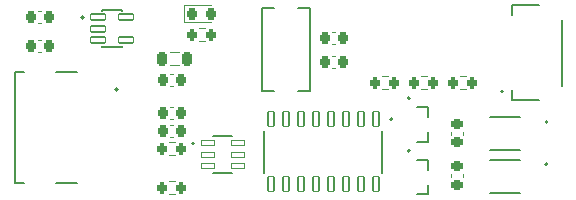
<source format=gto>
G04 #@! TF.GenerationSoftware,KiCad,Pcbnew,7.0.2*
G04 #@! TF.CreationDate,2023-08-07T21:15:06+02:00*
G04 #@! TF.ProjectId,programmer_board,70726f67-7261-46d6-9d65-725f626f6172,rev?*
G04 #@! TF.SameCoordinates,Original*
G04 #@! TF.FileFunction,Legend,Top*
G04 #@! TF.FilePolarity,Positive*
%FSLAX46Y46*%
G04 Gerber Fmt 4.6, Leading zero omitted, Abs format (unit mm)*
G04 Created by KiCad (PCBNEW 7.0.2) date 2023-08-07 21:15:06*
%MOMM*%
%LPD*%
G01*
G04 APERTURE LIST*
G04 Aperture macros list*
%AMRoundRect*
0 Rectangle with rounded corners*
0 $1 Rounding radius*
0 $2 $3 $4 $5 $6 $7 $8 $9 X,Y pos of 4 corners*
0 Add a 4 corners polygon primitive as box body*
4,1,4,$2,$3,$4,$5,$6,$7,$8,$9,$2,$3,0*
0 Add four circle primitives for the rounded corners*
1,1,$1+$1,$2,$3*
1,1,$1+$1,$4,$5*
1,1,$1+$1,$6,$7*
1,1,$1+$1,$8,$9*
0 Add four rect primitives between the rounded corners*
20,1,$1+$1,$2,$3,$4,$5,0*
20,1,$1+$1,$4,$5,$6,$7,0*
20,1,$1+$1,$6,$7,$8,$9,0*
20,1,$1+$1,$8,$9,$2,$3,0*%
G04 Aperture macros list end*
%ADD10C,0.127000*%
%ADD11C,0.200000*%
%ADD12C,0.120000*%
%ADD13C,0.150000*%
%ADD14R,1.550000X0.600000*%
%ADD15R,1.800000X1.200000*%
%ADD16R,0.800000X0.600000*%
%ADD17R,0.900000X1.000000*%
%ADD18RoundRect,0.200000X-0.200000X-0.275000X0.200000X-0.275000X0.200000X0.275000X-0.200000X0.275000X0*%
%ADD19RoundRect,0.225000X0.225000X0.250000X-0.225000X0.250000X-0.225000X-0.250000X0.225000X-0.250000X0*%
%ADD20RoundRect,0.049600X-0.260400X0.605400X-0.260400X-0.605400X0.260400X-0.605400X0.260400X0.605400X0*%
%ADD21RoundRect,0.060000X-0.615000X0.240000X-0.615000X-0.240000X0.615000X-0.240000X0.615000X0.240000X0*%
%ADD22RoundRect,0.040600X-0.564400X-0.249400X0.564400X-0.249400X0.564400X0.249400X-0.564400X0.249400X0*%
%ADD23RoundRect,0.200000X0.200000X0.275000X-0.200000X0.275000X-0.200000X-0.275000X0.200000X-0.275000X0*%
%ADD24RoundRect,0.225000X0.250000X-0.225000X0.250000X0.225000X-0.250000X0.225000X-0.250000X-0.225000X0*%
%ADD25RoundRect,0.225000X-0.225000X-0.250000X0.225000X-0.250000X0.225000X0.250000X-0.225000X0.250000X0*%
%ADD26RoundRect,0.218750X-0.218750X-0.256250X0.218750X-0.256250X0.218750X0.256250X-0.218750X0.256250X0*%
%ADD27O,2.000000X1.000000*%
%ADD28R,1.250000X0.300000*%
%ADD29R,1.250000X0.600000*%
%ADD30C,0.800000*%
%ADD31RoundRect,0.218750X-0.218750X-0.381250X0.218750X-0.381250X0.218750X0.381250X-0.218750X0.381250X0*%
%ADD32R,1.200000X3.500000*%
G04 APERTURE END LIST*
D10*
X125579000Y-93662000D02*
X127854000Y-93662000D01*
X125579000Y-92862000D02*
X125579000Y-93662000D01*
X129829000Y-92462000D02*
X129829000Y-86862000D01*
X125579000Y-86462000D02*
X125579000Y-85662000D01*
X125579000Y-85662000D02*
X127854000Y-85662000D01*
D11*
X124854000Y-92962000D02*
G75*
G03*
X124854000Y-92962000I-100000J0D01*
G01*
D10*
X117566000Y-98771500D02*
X118506000Y-98771500D01*
X118506000Y-99601500D02*
X118506000Y-98771500D01*
X118506000Y-101671500D02*
X117566000Y-101671500D01*
X118506000Y-101671500D02*
X118506000Y-100841500D01*
D11*
X116946000Y-97971500D02*
G75*
G03*
X116946000Y-97971500I-100000J0D01*
G01*
D10*
X126285500Y-101514000D02*
X123712500Y-101514000D01*
X126285500Y-98714000D02*
X123712500Y-98714000D01*
D11*
X128599000Y-99114000D02*
G75*
G03*
X128599000Y-99114000I-100000J0D01*
G01*
D12*
X96536742Y-100569500D02*
X97011258Y-100569500D01*
X96536742Y-101614500D02*
X97011258Y-101614500D01*
X96914580Y-95252000D02*
X96633420Y-95252000D01*
X96914580Y-94232000D02*
X96633420Y-94232000D01*
X99076742Y-87615500D02*
X99551258Y-87615500D01*
X99076742Y-88660500D02*
X99551258Y-88660500D01*
X96536742Y-97267500D02*
X97011258Y-97267500D01*
X96536742Y-98312500D02*
X97011258Y-98312500D01*
D10*
X114601000Y-96269000D02*
X114601000Y-99819000D01*
X104601000Y-96269000D02*
X104601000Y-99819000D01*
D11*
X115456000Y-95294000D02*
G75*
G03*
X115456000Y-95294000I-100000J0D01*
G01*
D12*
X85738580Y-89634000D02*
X85457420Y-89634000D01*
X85738580Y-88614000D02*
X85457420Y-88614000D01*
D10*
X90844000Y-86080000D02*
X90844000Y-86180000D01*
X90844000Y-89180000D02*
X90844000Y-89080000D01*
X92544000Y-86080000D02*
X90844000Y-86080000D01*
X92544000Y-86080000D02*
X92544000Y-86180000D01*
X92544000Y-89180000D02*
X90844000Y-89180000D01*
X92544000Y-89180000D02*
X92544000Y-89080000D01*
D11*
X89325000Y-86680000D02*
G75*
G03*
X89325000Y-86680000I-100000J0D01*
G01*
D10*
X100292000Y-99858000D02*
X101892000Y-99858000D01*
X101892000Y-96738000D02*
X100292000Y-96738000D01*
D11*
X98692000Y-97348000D02*
G75*
G03*
X98692000Y-97348000I-100000J0D01*
G01*
D12*
X114570742Y-91679500D02*
X115045258Y-91679500D01*
X114570742Y-92724500D02*
X115045258Y-92724500D01*
D10*
X126300000Y-97920000D02*
X123727000Y-97920000D01*
X126300000Y-95120000D02*
X123727000Y-95120000D01*
D11*
X128613500Y-95520000D02*
G75*
G03*
X128613500Y-95520000I-100000J0D01*
G01*
D12*
X118347258Y-92724500D02*
X117872742Y-92724500D01*
X118347258Y-91679500D02*
X117872742Y-91679500D01*
X120457500Y-96635580D02*
X120457500Y-96354420D01*
X121477500Y-96635580D02*
X121477500Y-96354420D01*
X120439500Y-100216580D02*
X120439500Y-99935420D01*
X121459500Y-100216580D02*
X121459500Y-99935420D01*
X96633420Y-91438000D02*
X96914580Y-91438000D01*
X96633420Y-92458000D02*
X96914580Y-92458000D01*
X85738580Y-87124000D02*
X85457420Y-87124000D01*
X85738580Y-86104000D02*
X85457420Y-86104000D01*
D10*
X117566000Y-94308000D02*
X118506000Y-94308000D01*
X118506000Y-95138000D02*
X118506000Y-94308000D01*
X118506000Y-97208000D02*
X117566000Y-97208000D01*
X118506000Y-97208000D02*
X118506000Y-96378000D01*
D11*
X116946000Y-93508000D02*
G75*
G03*
X116946000Y-93508000I-100000J0D01*
G01*
D12*
X121174742Y-91679500D02*
X121649258Y-91679500D01*
X121174742Y-92724500D02*
X121649258Y-92724500D01*
X110630580Y-90934000D02*
X110349420Y-90934000D01*
X110630580Y-89914000D02*
X110349420Y-89914000D01*
X97803500Y-85625000D02*
X97803500Y-87095000D01*
X97803500Y-87095000D02*
X100088500Y-87095000D01*
X100088500Y-85625000D02*
X97803500Y-85625000D01*
X96914580Y-96776000D02*
X96633420Y-96776000D01*
X96914580Y-95756000D02*
X96633420Y-95756000D01*
D11*
X92198000Y-92796500D02*
G75*
G03*
X92198000Y-92796500I-100000J0D01*
G01*
X83498000Y-100731500D02*
X84248000Y-100731500D01*
X88748000Y-100731500D02*
X86948000Y-100731500D01*
X83498000Y-91261500D02*
X83498000Y-100731500D01*
X84248000Y-91261500D02*
X83498000Y-91261500D01*
X88748000Y-91261500D02*
X86948000Y-91261500D01*
D12*
X96628378Y-89610000D02*
X97427622Y-89610000D01*
X96628378Y-90730000D02*
X97427622Y-90730000D01*
X110630580Y-88902000D02*
X110349420Y-88902000D01*
X110630580Y-87882000D02*
X110349420Y-87882000D01*
D10*
X108476000Y-85908000D02*
X108476000Y-92908000D01*
X107436000Y-85908000D02*
X108476000Y-85908000D01*
X104376000Y-85908000D02*
X105416000Y-85908000D01*
X108476000Y-92908000D02*
X107436000Y-92908000D01*
X105416000Y-92908000D02*
X104376000Y-92908000D01*
X104376000Y-92908000D02*
X104376000Y-85908000D01*
%LPC*%
D13*
G36*
X130056000Y-100696857D02*
G01*
X129841774Y-100813117D01*
X129834240Y-100817241D01*
X129827216Y-100821277D01*
X129820704Y-100825227D01*
X129814702Y-100829089D01*
X129807495Y-100834103D01*
X129801195Y-100838963D01*
X129795805Y-100843667D01*
X129790343Y-100849329D01*
X129787748Y-100852611D01*
X129783941Y-100858605D01*
X129780642Y-100864792D01*
X129777850Y-100871172D01*
X129775566Y-100877743D01*
X129773789Y-100884507D01*
X129772521Y-100891464D01*
X129771759Y-100898612D01*
X129771505Y-100905953D01*
X129771505Y-100925273D01*
X130056000Y-100925273D01*
X130056000Y-101143944D01*
X129355706Y-101143944D01*
X129355706Y-100925273D01*
X129497953Y-100925273D01*
X129640200Y-100925273D01*
X129640200Y-100833462D01*
X129639742Y-100825554D01*
X129638854Y-100818283D01*
X129637807Y-100811493D01*
X129636461Y-100803836D01*
X129634815Y-100795314D01*
X129633384Y-100788355D01*
X129631786Y-100780909D01*
X129630626Y-100775674D01*
X129628554Y-100767814D01*
X129625545Y-100760519D01*
X129621598Y-100753789D01*
X129616713Y-100747625D01*
X129610891Y-100742025D01*
X129608742Y-100740284D01*
X129603060Y-100736343D01*
X129595912Y-100732496D01*
X129588402Y-100729611D01*
X129580532Y-100727688D01*
X129573698Y-100726820D01*
X129568051Y-100726606D01*
X129559834Y-100726945D01*
X129552108Y-100727963D01*
X129544874Y-100729659D01*
X129538131Y-100732034D01*
X129531880Y-100735088D01*
X129526121Y-100738820D01*
X129520853Y-100743230D01*
X129516076Y-100748319D01*
X129511829Y-100754300D01*
X129508148Y-100761473D01*
X129505033Y-100769837D01*
X129503068Y-100776892D01*
X129501422Y-100784618D01*
X129500095Y-100793013D01*
X129499086Y-100802078D01*
X129498396Y-100811814D01*
X129498113Y-100818677D01*
X129497971Y-100825838D01*
X129497953Y-100829530D01*
X129497953Y-100925273D01*
X129355706Y-100925273D01*
X129355706Y-100780974D01*
X129355774Y-100768530D01*
X129355976Y-100756459D01*
X129356313Y-100744760D01*
X129356786Y-100733434D01*
X129357393Y-100722481D01*
X129358135Y-100711900D01*
X129359012Y-100701692D01*
X129360023Y-100691856D01*
X129361170Y-100682393D01*
X129362452Y-100673303D01*
X129363868Y-100664586D01*
X129365420Y-100656241D01*
X129367106Y-100648269D01*
X129368927Y-100640669D01*
X129370883Y-100633443D01*
X129372974Y-100626588D01*
X129375227Y-100620001D01*
X129377711Y-100613576D01*
X129381870Y-100604241D01*
X129386548Y-100595270D01*
X129391747Y-100586662D01*
X129397466Y-100578418D01*
X129403704Y-100570537D01*
X129410463Y-100563020D01*
X129417741Y-100555867D01*
X129422882Y-100551300D01*
X129428255Y-100546895D01*
X129433858Y-100542652D01*
X129436746Y-100540591D01*
X129442639Y-100536616D01*
X129448690Y-100532897D01*
X129454900Y-100529435D01*
X129461270Y-100526229D01*
X129467798Y-100523280D01*
X129474485Y-100520587D01*
X129481331Y-100518151D01*
X129488336Y-100515971D01*
X129495500Y-100514047D01*
X129502823Y-100512381D01*
X129510305Y-100510970D01*
X129517946Y-100509816D01*
X129525746Y-100508918D01*
X129533705Y-100508277D01*
X129541823Y-100507893D01*
X129550099Y-100507764D01*
X129557324Y-100507863D01*
X129564423Y-100508157D01*
X129571397Y-100508648D01*
X129578245Y-100509335D01*
X129588282Y-100510734D01*
X129598036Y-100512575D01*
X129607508Y-100514857D01*
X129616697Y-100517582D01*
X129625604Y-100520748D01*
X129634229Y-100524356D01*
X129642570Y-100528405D01*
X129650630Y-100532897D01*
X129658408Y-100537743D01*
X129665907Y-100542919D01*
X129673126Y-100548425D01*
X129680066Y-100554263D01*
X129686726Y-100560431D01*
X129693107Y-100566929D01*
X129699208Y-100573758D01*
X129705030Y-100580918D01*
X129710572Y-100588408D01*
X129715835Y-100596229D01*
X129719189Y-100601627D01*
X129723287Y-100608917D01*
X129727203Y-100616854D01*
X129730021Y-100623231D01*
X129732737Y-100629971D01*
X129735350Y-100637075D01*
X129737862Y-100644543D01*
X129740271Y-100652374D01*
X129742578Y-100660569D01*
X129744783Y-100669128D01*
X129746886Y-100678050D01*
X129749353Y-100670928D01*
X129751817Y-100664178D01*
X129755097Y-100655758D01*
X129758372Y-100648000D01*
X129761642Y-100640905D01*
X129764906Y-100634472D01*
X129768979Y-100627363D01*
X129773044Y-100621288D01*
X129777883Y-100615537D01*
X129783541Y-100609787D01*
X129789321Y-100604416D01*
X129794642Y-100599742D01*
X129800584Y-100594730D01*
X129807145Y-100589382D01*
X129810658Y-100586581D01*
X129817593Y-100581092D01*
X129824121Y-100576078D01*
X129830244Y-100571539D01*
X129835961Y-100567476D01*
X129842536Y-100563065D01*
X129848477Y-100559398D01*
X129854768Y-100555978D01*
X130056000Y-100450660D01*
X130056000Y-100696857D01*
G37*
G36*
X129817838Y-100422963D02*
G01*
X129804332Y-100215748D01*
X129813923Y-100214374D01*
X129823079Y-100212754D01*
X129831799Y-100210888D01*
X129840083Y-100208775D01*
X129847932Y-100206416D01*
X129855344Y-100203810D01*
X129862321Y-100200958D01*
X129868862Y-100197860D01*
X129874967Y-100194515D01*
X129882430Y-100189672D01*
X129884175Y-100188392D01*
X129889537Y-100184069D01*
X129896931Y-100177162D01*
X129903548Y-100169746D01*
X129909386Y-100161822D01*
X129914445Y-100153391D01*
X129918726Y-100144452D01*
X129922229Y-100135004D01*
X129924132Y-100128424D01*
X129925688Y-100121618D01*
X129926899Y-100114586D01*
X129927764Y-100107329D01*
X129928283Y-100099845D01*
X129928456Y-100092136D01*
X129928267Y-100083574D01*
X129927699Y-100075391D01*
X129926752Y-100067586D01*
X129925427Y-100060160D01*
X129923722Y-100053112D01*
X129921640Y-100046443D01*
X129918274Y-100038140D01*
X129914235Y-100030511D01*
X129909522Y-100023555D01*
X129906914Y-100020329D01*
X129901419Y-100014398D01*
X129895704Y-100009259D01*
X129889771Y-100004910D01*
X129883619Y-100001351D01*
X129877248Y-99998584D01*
X129870657Y-99996607D01*
X129863848Y-99995421D01*
X129856819Y-99995025D01*
X129848520Y-99995614D01*
X129840504Y-99997379D01*
X129832772Y-100000322D01*
X129825324Y-100004442D01*
X129819569Y-100008585D01*
X129813997Y-100013482D01*
X129808606Y-100019132D01*
X129803301Y-100026110D01*
X129799371Y-100032647D01*
X129795483Y-100040303D01*
X129791637Y-100049077D01*
X129789096Y-100055547D01*
X129786574Y-100062514D01*
X129784071Y-100069978D01*
X129781587Y-100077938D01*
X129779121Y-100086396D01*
X129776674Y-100095351D01*
X129774246Y-100104802D01*
X129771836Y-100114750D01*
X129769445Y-100125196D01*
X129768257Y-100130605D01*
X129766259Y-100139479D01*
X129764221Y-100148193D01*
X129762140Y-100156747D01*
X129760018Y-100165140D01*
X129757855Y-100173374D01*
X129755651Y-100181447D01*
X129753405Y-100189359D01*
X129751117Y-100197112D01*
X129748788Y-100204704D01*
X129746418Y-100212136D01*
X129744007Y-100219407D01*
X129741554Y-100226519D01*
X129739059Y-100233470D01*
X129736523Y-100240260D01*
X129733946Y-100246891D01*
X129731327Y-100253361D01*
X129728667Y-100259671D01*
X129723223Y-100271810D01*
X129717613Y-100283307D01*
X129711838Y-100294164D01*
X129705896Y-100304379D01*
X129699790Y-100313954D01*
X129693517Y-100322887D01*
X129687079Y-100331179D01*
X129683798Y-100335085D01*
X129677081Y-100342538D01*
X129670136Y-100349510D01*
X129662965Y-100356002D01*
X129655566Y-100362012D01*
X129647941Y-100367542D01*
X129640088Y-100372591D01*
X129632009Y-100377159D01*
X129623702Y-100381247D01*
X129615168Y-100384853D01*
X129606407Y-100387978D01*
X129597419Y-100390623D01*
X129588204Y-100392787D01*
X129578762Y-100394470D01*
X129569093Y-100395672D01*
X129559197Y-100396393D01*
X129549073Y-100396634D01*
X129539028Y-100396357D01*
X129529088Y-100395528D01*
X129519253Y-100394145D01*
X129509523Y-100392210D01*
X129499899Y-100389722D01*
X129490379Y-100386680D01*
X129480965Y-100383086D01*
X129471656Y-100378938D01*
X129465509Y-100375866D01*
X129459408Y-100372548D01*
X129453354Y-100368985D01*
X129447346Y-100365175D01*
X129441443Y-100361119D01*
X129435699Y-100356814D01*
X129430116Y-100352260D01*
X129424693Y-100347459D01*
X129419430Y-100342408D01*
X129414328Y-100337110D01*
X129409386Y-100331562D01*
X129404604Y-100325767D01*
X129399982Y-100319723D01*
X129395521Y-100313430D01*
X129391220Y-100306889D01*
X129387079Y-100300100D01*
X129383099Y-100293062D01*
X129379279Y-100285776D01*
X129375619Y-100278241D01*
X129372120Y-100270458D01*
X129368807Y-100262368D01*
X129365708Y-100253911D01*
X129362823Y-100245089D01*
X129360152Y-100235901D01*
X129357694Y-100226346D01*
X129355450Y-100216426D01*
X129353420Y-100206140D01*
X129351603Y-100195488D01*
X129350000Y-100184469D01*
X129348611Y-100173085D01*
X129347436Y-100161335D01*
X129346474Y-100149219D01*
X129345726Y-100136737D01*
X129345192Y-100123889D01*
X129344871Y-100110674D01*
X129344764Y-100097094D01*
X129344813Y-100088705D01*
X129344958Y-100080442D01*
X129345200Y-100072304D01*
X129345539Y-100064292D01*
X129345975Y-100056406D01*
X129346507Y-100048646D01*
X129347137Y-100041012D01*
X129347863Y-100033504D01*
X129348686Y-100026122D01*
X129349606Y-100018866D01*
X129350623Y-100011735D01*
X129351737Y-100004731D01*
X129352947Y-99997852D01*
X129354254Y-99991099D01*
X129357160Y-99977971D01*
X129360452Y-99965347D01*
X129364132Y-99953226D01*
X129368199Y-99941609D01*
X129372654Y-99930495D01*
X129377496Y-99919885D01*
X129382725Y-99909778D01*
X129388342Y-99900175D01*
X129394346Y-99891076D01*
X129400772Y-99882431D01*
X129407655Y-99874235D01*
X129414994Y-99866488D01*
X129422791Y-99859190D01*
X129431044Y-99852340D01*
X129439754Y-99845939D01*
X129448921Y-99839988D01*
X129458545Y-99834484D01*
X129468625Y-99829430D01*
X129479163Y-99824825D01*
X129490157Y-99820668D01*
X129501608Y-99816960D01*
X129513516Y-99813701D01*
X129525880Y-99810891D01*
X129538702Y-99808529D01*
X129551980Y-99806616D01*
X129563606Y-100011951D01*
X129555234Y-100013648D01*
X129547301Y-100015660D01*
X129539807Y-100017988D01*
X129532751Y-100020631D01*
X129526134Y-100023589D01*
X129519956Y-100026864D01*
X129512402Y-100031720D01*
X129505627Y-100037138D01*
X129499632Y-100043117D01*
X129496928Y-100046316D01*
X129492039Y-100053168D01*
X129487802Y-100060646D01*
X129484217Y-100068748D01*
X129481956Y-100075235D01*
X129480062Y-100082074D01*
X129478534Y-100089264D01*
X129477373Y-100096806D01*
X129476579Y-100104699D01*
X129476151Y-100112945D01*
X129476069Y-100118637D01*
X129476209Y-100125589D01*
X129476830Y-100134350D01*
X129477948Y-100142529D01*
X129479563Y-100150125D01*
X129481675Y-100157139D01*
X129484283Y-100163570D01*
X129488243Y-100170790D01*
X129491969Y-100175912D01*
X129497105Y-100181428D01*
X129502575Y-100186009D01*
X129508379Y-100189656D01*
X129515784Y-100192798D01*
X129523670Y-100194593D01*
X129530609Y-100195060D01*
X129537709Y-100194299D01*
X129544498Y-100192017D01*
X129550976Y-100188213D01*
X129556282Y-100183741D01*
X129560528Y-100179160D01*
X129564757Y-100173320D01*
X129568073Y-100167164D01*
X129571331Y-100159688D01*
X129573736Y-100153215D01*
X129576108Y-100146000D01*
X129578446Y-100138042D01*
X129580752Y-100129342D01*
X129583024Y-100119900D01*
X129584521Y-100113193D01*
X129586003Y-100106156D01*
X129587895Y-100097312D01*
X129589790Y-100088627D01*
X129591686Y-100080101D01*
X129593584Y-100071732D01*
X129595485Y-100063522D01*
X129597387Y-100055470D01*
X129599292Y-100047576D01*
X129601198Y-100039841D01*
X129603106Y-100032264D01*
X129605017Y-100024845D01*
X129606929Y-100017584D01*
X129608844Y-100010482D01*
X129610760Y-100003538D01*
X129612678Y-99996752D01*
X129614599Y-99990125D01*
X129618446Y-99977345D01*
X129622300Y-99965198D01*
X129626163Y-99953684D01*
X129630034Y-99942804D01*
X129633913Y-99932556D01*
X129637800Y-99922942D01*
X129641695Y-99913960D01*
X129645598Y-99905612D01*
X129647552Y-99901676D01*
X129651501Y-99894072D01*
X129655566Y-99886732D01*
X129659750Y-99879657D01*
X129664051Y-99872846D01*
X129668469Y-99866300D01*
X129673005Y-99860018D01*
X129677659Y-99854000D01*
X129682430Y-99848248D01*
X129687319Y-99842759D01*
X129692325Y-99837535D01*
X129697449Y-99832576D01*
X129702690Y-99827881D01*
X129708049Y-99823450D01*
X129713525Y-99819284D01*
X129721960Y-99813531D01*
X129724831Y-99811745D01*
X129733582Y-99806704D01*
X129742526Y-99802158D01*
X129751662Y-99798109D01*
X129760991Y-99794555D01*
X129770512Y-99791497D01*
X129780225Y-99788935D01*
X129790130Y-99786869D01*
X129800228Y-99785299D01*
X129807067Y-99784527D01*
X129813991Y-99783976D01*
X129821001Y-99783646D01*
X129828096Y-99783535D01*
X129836434Y-99783682D01*
X129844691Y-99784123D01*
X129852868Y-99784858D01*
X129860965Y-99785886D01*
X129868982Y-99787209D01*
X129876919Y-99788825D01*
X129884776Y-99790735D01*
X129892552Y-99792939D01*
X129900249Y-99795437D01*
X129907865Y-99798228D01*
X129915401Y-99801314D01*
X129922857Y-99804693D01*
X129930232Y-99808366D01*
X129937528Y-99812333D01*
X129944743Y-99816594D01*
X129951879Y-99821149D01*
X129958846Y-99825946D01*
X129965599Y-99830977D01*
X129972139Y-99836242D01*
X129978465Y-99841740D01*
X129984577Y-99847472D01*
X129990475Y-99853438D01*
X129996160Y-99859638D01*
X130001631Y-99866071D01*
X130006888Y-99872738D01*
X130011932Y-99879639D01*
X130016762Y-99886774D01*
X130021378Y-99894142D01*
X130025781Y-99901744D01*
X130029969Y-99909580D01*
X130033944Y-99917650D01*
X130037706Y-99925953D01*
X130041246Y-99934490D01*
X130044558Y-99943302D01*
X130047641Y-99952388D01*
X130050496Y-99961750D01*
X130053123Y-99971387D01*
X130055521Y-99981300D01*
X130057691Y-99991487D01*
X130059633Y-100001950D01*
X130061346Y-100012687D01*
X130062830Y-100023700D01*
X130064087Y-100034988D01*
X130065114Y-100046551D01*
X130065914Y-100058390D01*
X130066485Y-100070503D01*
X130066827Y-100082892D01*
X130066942Y-100095556D01*
X130066873Y-100106689D01*
X130066667Y-100117606D01*
X130066324Y-100128307D01*
X130065844Y-100138792D01*
X130065226Y-100149061D01*
X130064471Y-100159114D01*
X130063579Y-100168951D01*
X130062550Y-100178572D01*
X130061383Y-100187977D01*
X130060079Y-100197166D01*
X130058638Y-100206139D01*
X130057060Y-100214895D01*
X130055345Y-100223436D01*
X130053492Y-100231761D01*
X130051502Y-100239869D01*
X130049374Y-100247762D01*
X130047110Y-100255438D01*
X130044708Y-100262899D01*
X130042169Y-100270143D01*
X130039493Y-100277171D01*
X130036679Y-100283983D01*
X130033729Y-100290580D01*
X130030641Y-100296960D01*
X130027415Y-100303124D01*
X130020553Y-100314804D01*
X130013142Y-100325620D01*
X130005182Y-100335571D01*
X129996673Y-100344659D01*
X129987720Y-100353079D01*
X129978470Y-100361029D01*
X129968924Y-100368509D01*
X129959081Y-100375519D01*
X129948942Y-100382059D01*
X129938506Y-100388128D01*
X129927773Y-100393727D01*
X129916744Y-100398856D01*
X129905419Y-100403515D01*
X129893797Y-100407704D01*
X129881879Y-100411423D01*
X129869664Y-100414671D01*
X129857152Y-100417449D01*
X129844344Y-100419758D01*
X129831239Y-100421595D01*
X129817838Y-100422963D01*
G37*
G36*
X129355706Y-99727457D02*
G01*
X129355706Y-99065290D01*
X129519838Y-99065290D01*
X129519838Y-99287381D01*
X130056000Y-99287381D01*
X130056000Y-99505196D01*
X129519838Y-99505196D01*
X129519838Y-99727457D01*
X129355706Y-99727457D01*
G37*
G36*
X129856968Y-97319870D02*
G01*
X129863867Y-97320169D01*
X129874050Y-97320990D01*
X129884034Y-97322258D01*
X129893821Y-97323975D01*
X129903409Y-97326139D01*
X129912798Y-97328751D01*
X129921990Y-97331811D01*
X129930983Y-97335319D01*
X129939777Y-97339275D01*
X129948374Y-97343678D01*
X129951195Y-97345245D01*
X129959461Y-97350187D01*
X129967396Y-97355459D01*
X129975000Y-97361062D01*
X129982274Y-97366996D01*
X129989217Y-97373260D01*
X129995830Y-97379855D01*
X130002112Y-97386780D01*
X130008064Y-97394036D01*
X130013685Y-97401622D01*
X130018975Y-97409539D01*
X130022318Y-97415001D01*
X130026280Y-97422278D01*
X130029959Y-97430431D01*
X130032532Y-97437121D01*
X130034945Y-97444304D01*
X130037200Y-97451979D01*
X130039295Y-97460148D01*
X130041231Y-97468809D01*
X130043008Y-97477963D01*
X130044625Y-97487610D01*
X130046083Y-97497750D01*
X130047284Y-97506747D01*
X130048407Y-97515358D01*
X130049453Y-97523582D01*
X130050422Y-97531421D01*
X130051313Y-97538873D01*
X130052126Y-97545940D01*
X130053201Y-97555816D01*
X130054101Y-97564823D01*
X130054828Y-97572962D01*
X130055380Y-97580233D01*
X130055845Y-97588576D01*
X130056000Y-97595374D01*
X130056000Y-97971337D01*
X129355706Y-97971337D01*
X129355706Y-97751641D01*
X129497953Y-97751641D01*
X129618316Y-97751641D01*
X129749621Y-97751641D01*
X129891868Y-97751641D01*
X129891868Y-97640510D01*
X129891791Y-97633609D01*
X129891384Y-97623742D01*
X129890629Y-97614459D01*
X129889525Y-97605758D01*
X129888072Y-97597641D01*
X129886271Y-97590107D01*
X129884121Y-97583155D01*
X129881623Y-97576787D01*
X129877749Y-97569203D01*
X129873256Y-97562655D01*
X129872036Y-97561180D01*
X129866824Y-97555771D01*
X129861190Y-97551082D01*
X129855134Y-97547115D01*
X129848656Y-97543870D01*
X129841755Y-97541345D01*
X129834433Y-97539542D01*
X129826689Y-97538460D01*
X129818522Y-97538099D01*
X129810935Y-97538457D01*
X129803733Y-97539531D01*
X129796916Y-97541321D01*
X129790483Y-97543827D01*
X129784435Y-97547049D01*
X129778772Y-97550986D01*
X129773493Y-97555640D01*
X129768599Y-97561009D01*
X129764151Y-97567234D01*
X129760296Y-97574537D01*
X129757034Y-97582920D01*
X129754977Y-97589916D01*
X129753254Y-97597518D01*
X129751864Y-97605728D01*
X129750807Y-97614544D01*
X129750085Y-97623968D01*
X129749695Y-97633999D01*
X129749621Y-97641023D01*
X129749621Y-97751641D01*
X129618316Y-97751641D01*
X129618316Y-97656923D01*
X129618178Y-97647642D01*
X129617763Y-97638905D01*
X129617072Y-97630712D01*
X129616104Y-97623063D01*
X129614860Y-97615958D01*
X129612771Y-97607331D01*
X129610191Y-97599671D01*
X129607118Y-97592977D01*
X129602587Y-97585971D01*
X129597276Y-97580208D01*
X129591280Y-97575422D01*
X129584600Y-97571613D01*
X129577235Y-97568780D01*
X129569186Y-97566925D01*
X129562254Y-97566143D01*
X129556767Y-97565967D01*
X129548408Y-97566456D01*
X129540642Y-97567921D01*
X129533468Y-97570363D01*
X129526887Y-97573781D01*
X129520899Y-97578177D01*
X129515504Y-97583549D01*
X129513512Y-97585971D01*
X129509030Y-97592940D01*
X129505991Y-97599549D01*
X129503438Y-97607077D01*
X129501372Y-97615524D01*
X129500141Y-97622462D01*
X129499184Y-97629918D01*
X129498500Y-97637890D01*
X129498090Y-97646379D01*
X129497953Y-97655385D01*
X129497953Y-97751641D01*
X129355706Y-97751641D01*
X129355706Y-97563574D01*
X129355895Y-97551022D01*
X129356460Y-97538839D01*
X129357401Y-97527027D01*
X129358720Y-97515585D01*
X129360415Y-97504512D01*
X129362486Y-97493810D01*
X129364935Y-97483478D01*
X129367760Y-97473515D01*
X129370961Y-97463923D01*
X129374540Y-97454701D01*
X129378495Y-97445848D01*
X129382827Y-97437366D01*
X129387535Y-97429254D01*
X129392620Y-97421511D01*
X129398082Y-97414139D01*
X129403920Y-97407136D01*
X129410036Y-97400532D01*
X129416331Y-97394354D01*
X129422805Y-97388601D01*
X129429459Y-97383275D01*
X129436291Y-97378375D01*
X129443302Y-97373901D01*
X129450492Y-97369853D01*
X129457861Y-97366232D01*
X129465409Y-97363036D01*
X129473136Y-97360266D01*
X129481042Y-97357923D01*
X129489127Y-97356006D01*
X129497391Y-97354514D01*
X129505834Y-97353449D01*
X129514456Y-97352810D01*
X129523257Y-97352597D01*
X129530649Y-97352749D01*
X129537910Y-97353206D01*
X129545038Y-97353967D01*
X129552033Y-97355033D01*
X129558897Y-97356404D01*
X129565628Y-97358079D01*
X129572227Y-97360058D01*
X129578694Y-97362342D01*
X129585029Y-97364931D01*
X129591231Y-97367824D01*
X129597301Y-97371022D01*
X129603239Y-97374524D01*
X129609045Y-97378331D01*
X129614718Y-97382442D01*
X129620259Y-97386858D01*
X129625668Y-97391578D01*
X129630886Y-97396661D01*
X129635896Y-97402165D01*
X129640699Y-97408089D01*
X129645295Y-97414435D01*
X129649683Y-97421201D01*
X129653864Y-97428387D01*
X129657838Y-97435995D01*
X129661604Y-97444023D01*
X129665163Y-97452472D01*
X129668514Y-97461342D01*
X129670633Y-97467489D01*
X129673089Y-97458136D01*
X129675754Y-97449099D01*
X129678629Y-97440377D01*
X129681714Y-97431970D01*
X129685009Y-97423878D01*
X129688513Y-97416102D01*
X129692227Y-97408640D01*
X129696150Y-97401494D01*
X129700284Y-97394663D01*
X129704627Y-97388148D01*
X129709180Y-97381948D01*
X129713942Y-97376062D01*
X129718914Y-97370493D01*
X129724096Y-97365238D01*
X129729488Y-97360299D01*
X129735089Y-97355674D01*
X129740887Y-97351327D01*
X129746870Y-97347259D01*
X129753037Y-97343473D01*
X129759388Y-97339966D01*
X129765924Y-97336741D01*
X129772643Y-97333795D01*
X129779548Y-97331131D01*
X129786636Y-97328747D01*
X129793909Y-97326643D01*
X129801366Y-97324820D01*
X129809008Y-97323277D01*
X129816834Y-97322015D01*
X129824844Y-97321033D01*
X129833039Y-97320332D01*
X129841417Y-97319911D01*
X129849981Y-97319771D01*
X129856968Y-97319870D01*
G37*
G36*
X129708161Y-96507020D02*
G01*
X129715683Y-96507142D01*
X129723119Y-96507346D01*
X129730470Y-96507631D01*
X129737735Y-96507998D01*
X129744914Y-96508446D01*
X129752007Y-96508975D01*
X129759014Y-96509587D01*
X129765935Y-96510279D01*
X129772771Y-96511053D01*
X129786185Y-96512846D01*
X129799255Y-96514964D01*
X129811983Y-96517408D01*
X129824367Y-96520179D01*
X129836407Y-96523275D01*
X129848105Y-96526697D01*
X129859459Y-96530445D01*
X129870470Y-96534519D01*
X129881137Y-96538919D01*
X129891462Y-96543644D01*
X129901443Y-96548696D01*
X129911095Y-96554034D01*
X129920476Y-96559662D01*
X129929587Y-96565580D01*
X129938426Y-96571788D01*
X129946993Y-96578285D01*
X129955290Y-96585072D01*
X129963316Y-96592150D01*
X129971070Y-96599517D01*
X129978553Y-96607174D01*
X129985766Y-96615120D01*
X129992707Y-96623357D01*
X129999376Y-96631884D01*
X130005775Y-96640700D01*
X130011903Y-96649806D01*
X130017759Y-96659202D01*
X130023344Y-96668888D01*
X130028624Y-96678849D01*
X130033562Y-96689113D01*
X130038161Y-96699680D01*
X130042418Y-96710551D01*
X130046335Y-96721725D01*
X130049911Y-96733202D01*
X130053147Y-96744982D01*
X130056042Y-96757066D01*
X130058597Y-96769452D01*
X130060811Y-96782142D01*
X130062684Y-96795135D01*
X130064217Y-96808431D01*
X130065409Y-96822031D01*
X130065877Y-96828944D01*
X130066260Y-96835934D01*
X130066558Y-96842999D01*
X130066771Y-96850139D01*
X130066899Y-96857356D01*
X130066942Y-96864648D01*
X130066905Y-96872067D01*
X130066795Y-96879405D01*
X130066611Y-96886662D01*
X130066354Y-96893839D01*
X130066023Y-96900935D01*
X130065619Y-96907951D01*
X130065142Y-96914887D01*
X130064591Y-96921742D01*
X130063268Y-96935210D01*
X130061652Y-96948357D01*
X130059742Y-96961182D01*
X130057538Y-96973685D01*
X130055040Y-96985866D01*
X130052249Y-96997725D01*
X130049163Y-97009262D01*
X130045784Y-97020477D01*
X130042111Y-97031370D01*
X130038144Y-97041942D01*
X130033883Y-97052191D01*
X130029328Y-97062119D01*
X130024456Y-97071770D01*
X130019241Y-97081190D01*
X130013684Y-97090379D01*
X130007786Y-97099337D01*
X130001546Y-97108064D01*
X129994963Y-97116559D01*
X129988039Y-97124824D01*
X129980773Y-97132858D01*
X129973165Y-97140660D01*
X129965214Y-97148232D01*
X129956922Y-97155572D01*
X129948288Y-97162681D01*
X129939312Y-97169559D01*
X129929995Y-97176207D01*
X129920335Y-97182623D01*
X129910333Y-97188808D01*
X129899979Y-97194687D01*
X129889306Y-97200188D01*
X129878314Y-97205309D01*
X129867003Y-97210051D01*
X129855372Y-97214413D01*
X129843422Y-97218396D01*
X129831153Y-97222000D01*
X129818565Y-97225224D01*
X129805657Y-97228069D01*
X129792431Y-97230535D01*
X129778885Y-97232621D01*
X129771992Y-97233522D01*
X129765019Y-97234328D01*
X129757967Y-97235040D01*
X129750835Y-97235656D01*
X129743623Y-97236178D01*
X129736331Y-97236604D01*
X129728959Y-97236936D01*
X129721508Y-97237173D01*
X129713977Y-97237316D01*
X129706366Y-97237363D01*
X129695754Y-97237269D01*
X129685290Y-97236988D01*
X129674975Y-97236519D01*
X129664807Y-97235862D01*
X129654787Y-97235017D01*
X129644915Y-97233985D01*
X129635191Y-97232765D01*
X129625615Y-97231358D01*
X129616186Y-97229763D01*
X129606906Y-97227980D01*
X129597774Y-97226009D01*
X129588789Y-97223851D01*
X129579953Y-97221505D01*
X129571264Y-97218972D01*
X129562724Y-97216251D01*
X129554331Y-97213342D01*
X129546086Y-97210245D01*
X129537989Y-97206961D01*
X129530040Y-97203489D01*
X129522239Y-97199830D01*
X129514586Y-97195983D01*
X129507081Y-97191948D01*
X129499724Y-97187725D01*
X129492514Y-97183315D01*
X129485453Y-97178717D01*
X129478540Y-97173932D01*
X129471774Y-97168959D01*
X129465157Y-97163798D01*
X129458687Y-97158449D01*
X129452365Y-97152913D01*
X129446191Y-97147189D01*
X129440166Y-97141278D01*
X129434296Y-97135188D01*
X129428613Y-97128951D01*
X129423116Y-97122567D01*
X129417806Y-97116036D01*
X129412682Y-97109357D01*
X129407744Y-97102531D01*
X129402993Y-97095558D01*
X129398428Y-97088438D01*
X129394049Y-97081170D01*
X129389856Y-97073755D01*
X129385850Y-97066193D01*
X129382030Y-97058483D01*
X129378397Y-97050626D01*
X129374950Y-97042622D01*
X129371689Y-97034471D01*
X129368615Y-97026172D01*
X129365727Y-97017727D01*
X129363025Y-97009133D01*
X129360509Y-97000393D01*
X129358180Y-96991506D01*
X129356037Y-96982471D01*
X129354081Y-96973289D01*
X129352311Y-96963959D01*
X129350727Y-96954483D01*
X129349329Y-96944859D01*
X129348118Y-96935087D01*
X129347093Y-96925169D01*
X129346255Y-96915103D01*
X129345603Y-96904890D01*
X129345137Y-96894530D01*
X129344857Y-96884023D01*
X129344768Y-96873881D01*
X129508896Y-96873881D01*
X129509075Y-96882008D01*
X129509611Y-96889933D01*
X129510506Y-96897657D01*
X129511759Y-96905179D01*
X129513370Y-96912499D01*
X129515339Y-96919618D01*
X129517666Y-96926535D01*
X129520351Y-96933250D01*
X129523393Y-96939764D01*
X129526794Y-96946076D01*
X129530553Y-96952186D01*
X129534669Y-96958094D01*
X129539144Y-96963801D01*
X129543976Y-96969306D01*
X129549167Y-96974610D01*
X129554715Y-96979711D01*
X129560677Y-96984535D01*
X129567108Y-96989048D01*
X129574008Y-96993249D01*
X129581376Y-96997140D01*
X129589213Y-97000719D01*
X129597519Y-97003986D01*
X129606294Y-97006943D01*
X129615538Y-97009588D01*
X129625251Y-97011922D01*
X129635432Y-97013945D01*
X129646082Y-97015657D01*
X129657201Y-97017058D01*
X129668789Y-97018147D01*
X129680846Y-97018925D01*
X129693371Y-97019392D01*
X129706366Y-97019547D01*
X129719236Y-97019392D01*
X129731645Y-97018928D01*
X129743594Y-97018153D01*
X129755082Y-97017068D01*
X129766109Y-97015674D01*
X129776675Y-97013969D01*
X129786780Y-97011955D01*
X129796424Y-97009631D01*
X129805608Y-97006997D01*
X129814331Y-97004053D01*
X129822593Y-97000799D01*
X129830394Y-96997236D01*
X129837734Y-96993362D01*
X129844614Y-96989179D01*
X129851033Y-96984685D01*
X129856990Y-96979882D01*
X129862539Y-96974813D01*
X129867729Y-96969520D01*
X129872562Y-96964004D01*
X129877037Y-96958265D01*
X129881153Y-96952303D01*
X129884912Y-96946118D01*
X129888313Y-96939710D01*
X129891355Y-96933079D01*
X129894040Y-96926225D01*
X129896367Y-96919148D01*
X129898336Y-96911848D01*
X129899947Y-96904324D01*
X129901200Y-96896578D01*
X129902094Y-96888608D01*
X129902631Y-96880416D01*
X129902810Y-96872000D01*
X129902635Y-96863341D01*
X129902110Y-96854930D01*
X129901236Y-96846767D01*
X129900011Y-96838853D01*
X129898436Y-96831188D01*
X129896511Y-96823771D01*
X129894237Y-96816602D01*
X129891612Y-96809682D01*
X129888637Y-96803010D01*
X129885313Y-96796586D01*
X129881638Y-96790411D01*
X129877614Y-96784485D01*
X129873239Y-96778807D01*
X129868515Y-96773377D01*
X129863441Y-96768196D01*
X129858016Y-96763263D01*
X129852118Y-96758605D01*
X129845664Y-96754247D01*
X129838654Y-96750190D01*
X129831088Y-96746433D01*
X129822967Y-96742977D01*
X129814291Y-96739822D01*
X129805058Y-96736967D01*
X129795270Y-96734412D01*
X129784927Y-96732158D01*
X129774027Y-96730205D01*
X129762572Y-96728552D01*
X129750562Y-96727199D01*
X129737995Y-96726147D01*
X129724873Y-96725396D01*
X129711196Y-96724945D01*
X129704149Y-96724833D01*
X129696963Y-96724795D01*
X129684944Y-96724952D01*
X129673337Y-96725423D01*
X129662141Y-96726208D01*
X129651356Y-96727306D01*
X129640983Y-96728719D01*
X129631022Y-96730445D01*
X129621471Y-96732485D01*
X129612332Y-96734840D01*
X129603605Y-96737508D01*
X129595289Y-96740490D01*
X129587384Y-96743785D01*
X129579891Y-96747395D01*
X129572809Y-96751319D01*
X129566138Y-96755556D01*
X129559879Y-96760108D01*
X129554032Y-96764973D01*
X129548566Y-96770107D01*
X129543453Y-96775464D01*
X129538692Y-96781043D01*
X129534285Y-96786846D01*
X129530229Y-96792872D01*
X129526527Y-96799122D01*
X129523177Y-96805594D01*
X129520180Y-96812289D01*
X129517535Y-96819207D01*
X129515243Y-96826349D01*
X129513303Y-96833713D01*
X129511717Y-96841300D01*
X129510482Y-96849111D01*
X129509601Y-96857145D01*
X129509072Y-96865401D01*
X129508896Y-96873881D01*
X129344768Y-96873881D01*
X129344764Y-96873368D01*
X129344856Y-96862451D01*
X129345130Y-96851692D01*
X129345588Y-96841091D01*
X129346228Y-96830647D01*
X129347052Y-96820361D01*
X129348058Y-96810232D01*
X129349248Y-96800261D01*
X129350620Y-96790448D01*
X129352175Y-96780792D01*
X129353914Y-96771294D01*
X129355835Y-96761953D01*
X129357940Y-96752770D01*
X129360227Y-96743745D01*
X129362697Y-96734877D01*
X129365351Y-96726167D01*
X129368187Y-96717614D01*
X129371207Y-96709219D01*
X129374409Y-96700982D01*
X129377794Y-96692902D01*
X129381363Y-96684980D01*
X129385114Y-96677216D01*
X129389048Y-96669609D01*
X129393166Y-96662160D01*
X129397466Y-96654868D01*
X129401949Y-96647734D01*
X129406615Y-96640758D01*
X129411465Y-96633939D01*
X129416497Y-96627278D01*
X129421712Y-96620774D01*
X129427110Y-96614429D01*
X129432692Y-96608240D01*
X129438456Y-96602210D01*
X129444374Y-96596351D01*
X129450439Y-96590678D01*
X129456651Y-96585191D01*
X129463009Y-96579890D01*
X129469513Y-96574775D01*
X129476165Y-96569846D01*
X129482963Y-96565103D01*
X129489907Y-96560546D01*
X129496998Y-96556175D01*
X129504236Y-96551990D01*
X129511620Y-96547992D01*
X129519151Y-96544179D01*
X129526829Y-96540552D01*
X129534653Y-96537111D01*
X129542623Y-96533856D01*
X129550740Y-96530787D01*
X129559004Y-96527904D01*
X129567415Y-96525207D01*
X129575972Y-96522696D01*
X129584675Y-96520371D01*
X129593526Y-96518232D01*
X129602522Y-96516279D01*
X129611666Y-96514512D01*
X129620956Y-96512931D01*
X129630392Y-96511536D01*
X129639975Y-96510327D01*
X129649705Y-96509304D01*
X129659582Y-96508467D01*
X129669604Y-96507816D01*
X129679774Y-96507351D01*
X129690090Y-96507072D01*
X129700553Y-96506979D01*
X129708161Y-96507020D01*
G37*
G36*
X129708161Y-95691151D02*
G01*
X129715683Y-95691273D01*
X129723119Y-95691477D01*
X129730470Y-95691762D01*
X129737735Y-95692129D01*
X129744914Y-95692577D01*
X129752007Y-95693107D01*
X129759014Y-95693718D01*
X129765935Y-95694410D01*
X129772771Y-95695184D01*
X129786185Y-95696977D01*
X129799255Y-95699095D01*
X129811983Y-95701540D01*
X129824367Y-95704310D01*
X129836407Y-95707406D01*
X129848105Y-95710828D01*
X129859459Y-95714576D01*
X129870470Y-95718650D01*
X129881137Y-95723050D01*
X129891462Y-95727776D01*
X129901443Y-95732827D01*
X129911095Y-95738165D01*
X129920476Y-95743793D01*
X129929587Y-95749711D01*
X129938426Y-95755919D01*
X129946993Y-95762416D01*
X129955290Y-95769204D01*
X129963316Y-95776281D01*
X129971070Y-95783648D01*
X129978553Y-95791305D01*
X129985766Y-95799252D01*
X129992707Y-95807488D01*
X129999376Y-95816015D01*
X130005775Y-95824831D01*
X130011903Y-95833937D01*
X130017759Y-95843333D01*
X130023344Y-95853019D01*
X130028624Y-95862980D01*
X130033562Y-95873244D01*
X130038161Y-95883812D01*
X130042418Y-95894682D01*
X130046335Y-95905856D01*
X130049911Y-95917333D01*
X130053147Y-95929113D01*
X130056042Y-95941197D01*
X130058597Y-95953583D01*
X130060811Y-95966273D01*
X130062684Y-95979266D01*
X130064217Y-95992563D01*
X130065409Y-96006162D01*
X130065877Y-96013076D01*
X130066260Y-96020065D01*
X130066558Y-96027130D01*
X130066771Y-96034271D01*
X130066899Y-96041487D01*
X130066942Y-96048780D01*
X130066905Y-96056198D01*
X130066795Y-96063536D01*
X130066611Y-96070793D01*
X130066354Y-96077970D01*
X130066023Y-96085067D01*
X130065619Y-96092083D01*
X130065142Y-96099018D01*
X130064591Y-96105873D01*
X130063268Y-96119342D01*
X130061652Y-96132488D01*
X130059742Y-96145313D01*
X130057538Y-96157816D01*
X130055040Y-96169997D01*
X130052249Y-96181856D01*
X130049163Y-96193393D01*
X130045784Y-96204608D01*
X130042111Y-96215501D01*
X130038144Y-96226073D01*
X130033883Y-96236322D01*
X130029328Y-96246250D01*
X130024456Y-96255901D01*
X130019241Y-96265321D01*
X130013684Y-96274510D01*
X130007786Y-96283468D01*
X130001546Y-96292195D01*
X129994963Y-96300691D01*
X129988039Y-96308955D01*
X129980773Y-96316989D01*
X129973165Y-96324791D01*
X129965214Y-96332363D01*
X129956922Y-96339703D01*
X129948288Y-96346812D01*
X129939312Y-96353691D01*
X129929995Y-96360338D01*
X129920335Y-96366754D01*
X129910333Y-96372939D01*
X129899979Y-96378819D01*
X129889306Y-96384319D01*
X129878314Y-96389440D01*
X129867003Y-96394182D01*
X129855372Y-96398544D01*
X129843422Y-96402527D01*
X129831153Y-96406131D01*
X129818565Y-96409355D01*
X129805657Y-96412200D01*
X129792431Y-96414666D01*
X129778885Y-96416753D01*
X129771992Y-96417653D01*
X129765019Y-96418460D01*
X129757967Y-96419171D01*
X129750835Y-96419787D01*
X129743623Y-96420309D01*
X129736331Y-96420736D01*
X129728959Y-96421068D01*
X129721508Y-96421305D01*
X129713977Y-96421447D01*
X129706366Y-96421494D01*
X129695754Y-96421400D01*
X129685290Y-96421119D01*
X129674975Y-96420650D01*
X129664807Y-96419993D01*
X129654787Y-96419148D01*
X129644915Y-96418116D01*
X129635191Y-96416896D01*
X129625615Y-96415489D01*
X129616186Y-96413894D01*
X129606906Y-96412111D01*
X129597774Y-96410140D01*
X129588789Y-96407982D01*
X129579953Y-96405636D01*
X129571264Y-96403103D01*
X129562724Y-96400382D01*
X129554331Y-96397473D01*
X129546086Y-96394376D01*
X129537989Y-96391092D01*
X129530040Y-96387621D01*
X129522239Y-96383961D01*
X129514586Y-96380114D01*
X129507081Y-96376079D01*
X129499724Y-96371857D01*
X129492514Y-96367446D01*
X129485453Y-96362849D01*
X129478540Y-96358063D01*
X129471774Y-96353090D01*
X129465157Y-96347929D01*
X129458687Y-96342581D01*
X129452365Y-96337044D01*
X129446191Y-96331321D01*
X129440166Y-96325409D01*
X129434296Y-96319319D01*
X129428613Y-96313083D01*
X129423116Y-96306698D01*
X129417806Y-96300167D01*
X129412682Y-96293488D01*
X129407744Y-96286662D01*
X129402993Y-96279689D01*
X129398428Y-96272569D01*
X129394049Y-96265301D01*
X129389856Y-96257886D01*
X129385850Y-96250324D01*
X129382030Y-96242614D01*
X129378397Y-96234757D01*
X129374950Y-96226753D01*
X129371689Y-96218602D01*
X129368615Y-96210304D01*
X129365727Y-96201858D01*
X129363025Y-96193265D01*
X129360509Y-96184524D01*
X129358180Y-96175637D01*
X129356037Y-96166602D01*
X129354081Y-96157420D01*
X129352311Y-96148090D01*
X129350727Y-96138614D01*
X129349329Y-96128990D01*
X129348118Y-96119219D01*
X129347093Y-96109300D01*
X129346255Y-96099235D01*
X129345603Y-96089022D01*
X129345137Y-96078661D01*
X129344857Y-96068154D01*
X129344768Y-96058012D01*
X129508896Y-96058012D01*
X129509075Y-96066139D01*
X129509611Y-96074065D01*
X129510506Y-96081788D01*
X129511759Y-96089310D01*
X129513370Y-96096631D01*
X129515339Y-96103749D01*
X129517666Y-96110666D01*
X129520351Y-96117381D01*
X129523393Y-96123895D01*
X129526794Y-96130207D01*
X129530553Y-96136317D01*
X129534669Y-96142225D01*
X129539144Y-96147932D01*
X129543976Y-96153437D01*
X129549167Y-96158741D01*
X129554715Y-96163842D01*
X129560677Y-96168666D01*
X129567108Y-96173179D01*
X129574008Y-96177381D01*
X129581376Y-96181271D01*
X129589213Y-96184850D01*
X129597519Y-96188118D01*
X129606294Y-96191074D01*
X129615538Y-96193719D01*
X129625251Y-96196054D01*
X129635432Y-96198077D01*
X129646082Y-96199788D01*
X129657201Y-96201189D01*
X129668789Y-96202278D01*
X129680846Y-96203056D01*
X129693371Y-96203523D01*
X129706366Y-96203678D01*
X129719236Y-96203524D01*
X129731645Y-96203059D01*
X129743594Y-96202284D01*
X129755082Y-96201199D01*
X129766109Y-96199805D01*
X129776675Y-96198101D01*
X129786780Y-96196086D01*
X129796424Y-96193762D01*
X129805608Y-96191128D01*
X129814331Y-96188184D01*
X129822593Y-96184931D01*
X129830394Y-96181367D01*
X129837734Y-96177493D01*
X129844614Y-96173310D01*
X129851033Y-96168817D01*
X129856990Y-96164013D01*
X129862539Y-96158944D01*
X129867729Y-96153651D01*
X129872562Y-96148135D01*
X129877037Y-96142396D01*
X129881153Y-96136435D01*
X129884912Y-96130250D01*
X129888313Y-96123842D01*
X129891355Y-96117210D01*
X129894040Y-96110356D01*
X129896367Y-96103279D01*
X129898336Y-96095979D01*
X129899947Y-96088455D01*
X129901200Y-96080709D01*
X129902094Y-96072740D01*
X129902631Y-96064547D01*
X129902810Y-96056131D01*
X129902635Y-96047472D01*
X129902110Y-96039061D01*
X129901236Y-96030899D01*
X129900011Y-96022985D01*
X129898436Y-96015319D01*
X129896511Y-96007902D01*
X129894237Y-96000733D01*
X129891612Y-95993813D01*
X129888637Y-95987141D01*
X129885313Y-95980718D01*
X129881638Y-95974543D01*
X129877614Y-95968616D01*
X129873239Y-95962938D01*
X129868515Y-95957508D01*
X129863441Y-95952327D01*
X129858016Y-95947394D01*
X129852118Y-95942736D01*
X129845664Y-95938378D01*
X129838654Y-95934321D01*
X129831088Y-95930565D01*
X129822967Y-95927108D01*
X129814291Y-95923953D01*
X129805058Y-95921098D01*
X129795270Y-95918543D01*
X129784927Y-95916289D01*
X129774027Y-95914336D01*
X129762572Y-95912683D01*
X129750562Y-95911330D01*
X129737995Y-95910279D01*
X129724873Y-95909527D01*
X129711196Y-95909076D01*
X129704149Y-95908964D01*
X129696963Y-95908926D01*
X129684944Y-95909083D01*
X129673337Y-95909554D01*
X129662141Y-95910339D01*
X129651356Y-95911437D01*
X129640983Y-95912850D01*
X129631022Y-95914576D01*
X129621471Y-95916617D01*
X129612332Y-95918971D01*
X129603605Y-95921639D01*
X129595289Y-95924621D01*
X129587384Y-95927917D01*
X129579891Y-95931526D01*
X129572809Y-95935450D01*
X129566138Y-95939687D01*
X129559879Y-95944239D01*
X129554032Y-95949104D01*
X129548566Y-95954238D01*
X129543453Y-95959595D01*
X129538692Y-95965175D01*
X129534285Y-95970978D01*
X129530229Y-95977004D01*
X129526527Y-95983253D01*
X129523177Y-95989725D01*
X129520180Y-95996420D01*
X129517535Y-96003338D01*
X129515243Y-96010480D01*
X129513303Y-96017844D01*
X129511717Y-96025432D01*
X129510482Y-96033242D01*
X129509601Y-96041276D01*
X129509072Y-96049532D01*
X129508896Y-96058012D01*
X129344768Y-96058012D01*
X129344764Y-96057499D01*
X129344856Y-96046582D01*
X129345130Y-96035823D01*
X129345588Y-96025222D01*
X129346228Y-96014778D01*
X129347052Y-96004492D01*
X129348058Y-95994363D01*
X129349248Y-95984392D01*
X129350620Y-95974579D01*
X129352175Y-95964923D01*
X129353914Y-95955425D01*
X129355835Y-95946084D01*
X129357940Y-95936901D01*
X129360227Y-95927876D01*
X129362697Y-95919008D01*
X129365351Y-95910298D01*
X129368187Y-95901745D01*
X129371207Y-95893351D01*
X129374409Y-95885113D01*
X129377794Y-95877034D01*
X129381363Y-95869112D01*
X129385114Y-95861347D01*
X129389048Y-95853740D01*
X129393166Y-95846291D01*
X129397466Y-95839000D01*
X129401949Y-95831866D01*
X129406615Y-95824889D01*
X129411465Y-95818070D01*
X129416497Y-95811409D01*
X129421712Y-95804906D01*
X129427110Y-95798560D01*
X129432692Y-95792371D01*
X129438456Y-95786341D01*
X129444374Y-95780482D01*
X129450439Y-95774809D01*
X129456651Y-95769322D01*
X129463009Y-95764021D01*
X129469513Y-95758906D01*
X129476165Y-95753977D01*
X129482963Y-95749234D01*
X129489907Y-95744677D01*
X129496998Y-95740307D01*
X129504236Y-95736122D01*
X129511620Y-95732123D01*
X129519151Y-95728310D01*
X129526829Y-95724683D01*
X129534653Y-95721242D01*
X129542623Y-95717987D01*
X129550740Y-95714918D01*
X129559004Y-95712035D01*
X129567415Y-95709338D01*
X129575972Y-95706827D01*
X129584675Y-95704502D01*
X129593526Y-95702363D01*
X129602522Y-95700410D01*
X129611666Y-95698643D01*
X129620956Y-95697062D01*
X129630392Y-95695667D01*
X129639975Y-95694458D01*
X129649705Y-95693435D01*
X129659582Y-95692598D01*
X129669604Y-95691947D01*
X129679774Y-95691482D01*
X129690090Y-95691203D01*
X129700553Y-95691110D01*
X129708161Y-95691151D01*
G37*
G36*
X129355706Y-95653155D02*
G01*
X129355706Y-94990988D01*
X129519838Y-94990988D01*
X129519838Y-95213078D01*
X130056000Y-95213078D01*
X130056000Y-95430894D01*
X129519838Y-95430894D01*
X129519838Y-95653155D01*
X129355706Y-95653155D01*
G37*
G36*
X112450574Y-86350761D02*
G01*
X112457794Y-86350923D01*
X112464898Y-86351195D01*
X112471886Y-86351575D01*
X112478757Y-86352063D01*
X112492152Y-86353365D01*
X112505081Y-86355102D01*
X112517546Y-86357272D01*
X112529546Y-86359877D01*
X112541081Y-86362916D01*
X112552151Y-86366388D01*
X112562757Y-86370295D01*
X112572897Y-86374636D01*
X112582573Y-86379412D01*
X112591784Y-86384621D01*
X112600531Y-86390264D01*
X112608812Y-86396342D01*
X112616628Y-86402853D01*
X112620362Y-86406272D01*
X112627505Y-86413400D01*
X112634187Y-86420895D01*
X112640408Y-86428756D01*
X112646168Y-86436982D01*
X112651468Y-86445575D01*
X112656306Y-86454533D01*
X112660684Y-86463858D01*
X112664601Y-86473548D01*
X112668057Y-86483605D01*
X112671052Y-86494027D01*
X112673587Y-86504816D01*
X112675660Y-86515970D01*
X112677273Y-86527491D01*
X112678425Y-86539377D01*
X112679117Y-86551630D01*
X112679347Y-86564248D01*
X112679096Y-86577254D01*
X112678343Y-86589899D01*
X112677087Y-86602183D01*
X112675329Y-86614107D01*
X112673069Y-86625670D01*
X112670307Y-86636873D01*
X112667043Y-86647715D01*
X112663276Y-86658196D01*
X112659007Y-86668317D01*
X112654236Y-86678077D01*
X112648962Y-86687476D01*
X112643187Y-86696515D01*
X112636909Y-86705193D01*
X112630129Y-86713510D01*
X112622847Y-86721467D01*
X112615062Y-86729063D01*
X112606784Y-86736247D01*
X112597976Y-86742968D01*
X112588639Y-86749225D01*
X112578774Y-86755018D01*
X112568379Y-86760349D01*
X112557456Y-86765215D01*
X112546004Y-86769618D01*
X112534023Y-86773558D01*
X112521512Y-86777034D01*
X112508473Y-86780047D01*
X112501755Y-86781379D01*
X112494905Y-86782596D01*
X112487923Y-86783697D01*
X112480808Y-86784682D01*
X112473561Y-86785551D01*
X112466182Y-86786304D01*
X112458671Y-86786941D01*
X112451027Y-86787463D01*
X112443251Y-86787868D01*
X112435343Y-86788158D01*
X112427303Y-86788332D01*
X112419131Y-86788390D01*
X112299965Y-86788390D01*
X112299965Y-87051000D01*
X112081123Y-87051000D01*
X112081123Y-86492953D01*
X112299965Y-86492953D01*
X112299965Y-86646143D01*
X112353307Y-86646143D01*
X112361046Y-86646060D01*
X112368492Y-86645811D01*
X112375643Y-86645397D01*
X112382500Y-86644818D01*
X112392236Y-86643637D01*
X112401310Y-86642085D01*
X112409723Y-86640159D01*
X112417474Y-86637861D01*
X112424565Y-86635190D01*
X112430994Y-86632147D01*
X112438538Y-86627509D01*
X112441870Y-86624942D01*
X112447840Y-86619412D01*
X112453015Y-86613509D01*
X112457393Y-86607231D01*
X112460976Y-86600579D01*
X112463762Y-86593553D01*
X112465752Y-86586153D01*
X112466946Y-86578380D01*
X112467344Y-86570232D01*
X112466997Y-86562308D01*
X112465955Y-86554695D01*
X112464219Y-86547391D01*
X112461788Y-86540398D01*
X112458662Y-86533714D01*
X112454842Y-86527340D01*
X112450327Y-86521276D01*
X112445118Y-86515521D01*
X112438995Y-86510232D01*
X112431654Y-86505648D01*
X112425349Y-86502673D01*
X112418359Y-86500094D01*
X112410683Y-86497912D01*
X112402322Y-86496127D01*
X112393276Y-86494739D01*
X112383545Y-86493747D01*
X112376677Y-86493306D01*
X112369504Y-86493042D01*
X112362027Y-86492953D01*
X112299965Y-86492953D01*
X112081123Y-86492953D01*
X112081123Y-86350706D01*
X112443237Y-86350706D01*
X112450574Y-86350761D01*
G37*
G36*
X113028480Y-86525906D02*
G01*
X113041638Y-86526285D01*
X113054435Y-86526916D01*
X113066872Y-86527799D01*
X113078948Y-86528935D01*
X113090663Y-86530324D01*
X113102018Y-86531965D01*
X113113012Y-86533858D01*
X113123646Y-86536004D01*
X113133919Y-86538402D01*
X113143831Y-86541053D01*
X113153383Y-86543956D01*
X113162574Y-86547112D01*
X113171404Y-86550520D01*
X113179874Y-86554180D01*
X113187983Y-86558093D01*
X113195814Y-86562224D01*
X113203407Y-86566583D01*
X113210763Y-86571168D01*
X113217881Y-86575981D01*
X113224761Y-86581020D01*
X113231404Y-86586287D01*
X113237808Y-86591781D01*
X113243975Y-86597502D01*
X113249905Y-86603449D01*
X113255596Y-86609624D01*
X113261050Y-86616026D01*
X113266266Y-86622656D01*
X113271244Y-86629512D01*
X113275984Y-86636595D01*
X113280487Y-86643905D01*
X113284752Y-86651443D01*
X113288768Y-86659237D01*
X113292526Y-86667319D01*
X113296024Y-86675688D01*
X113299263Y-86684344D01*
X113302243Y-86693287D01*
X113304964Y-86702517D01*
X113307425Y-86712035D01*
X113309628Y-86721840D01*
X113311571Y-86731931D01*
X113313256Y-86742311D01*
X113314681Y-86752977D01*
X113315847Y-86763930D01*
X113316754Y-86775171D01*
X113317402Y-86786699D01*
X113317790Y-86798514D01*
X113317920Y-86810616D01*
X113317920Y-86832158D01*
X112925544Y-86832158D01*
X112926668Y-86840386D01*
X112928054Y-86848208D01*
X112929702Y-86855625D01*
X112931611Y-86862636D01*
X112933781Y-86869241D01*
X112937081Y-86877417D01*
X112940847Y-86884872D01*
X112945077Y-86891605D01*
X112949772Y-86897617D01*
X112951018Y-86899007D01*
X112956492Y-86904660D01*
X112962268Y-86909756D01*
X112968349Y-86914297D01*
X112974732Y-86918281D01*
X112981420Y-86921710D01*
X112988411Y-86924583D01*
X112995705Y-86926899D01*
X113003303Y-86928660D01*
X113011205Y-86929864D01*
X113019410Y-86930513D01*
X113025048Y-86930637D01*
X113032224Y-86930426D01*
X113039303Y-86929792D01*
X113046286Y-86928737D01*
X113053173Y-86927260D01*
X113059964Y-86925361D01*
X113066658Y-86923039D01*
X113073257Y-86920296D01*
X113079759Y-86917130D01*
X113085805Y-86913461D01*
X113092021Y-86908867D01*
X113097328Y-86904332D01*
X113102753Y-86899153D01*
X113108294Y-86893332D01*
X113113953Y-86886868D01*
X113306807Y-86908752D01*
X113301200Y-86918809D01*
X113295451Y-86928505D01*
X113289558Y-86937840D01*
X113283523Y-86946815D01*
X113277345Y-86955429D01*
X113271023Y-86963682D01*
X113264559Y-86971575D01*
X113257952Y-86979107D01*
X113251202Y-86986278D01*
X113244309Y-86993089D01*
X113237274Y-86999539D01*
X113230095Y-87005628D01*
X113222773Y-87011357D01*
X113215309Y-87016725D01*
X113207701Y-87021733D01*
X113199951Y-87026380D01*
X113191938Y-87030686D01*
X113183500Y-87034715D01*
X113174638Y-87038465D01*
X113165351Y-87041938D01*
X113155639Y-87045133D01*
X113145502Y-87048050D01*
X113134941Y-87050690D01*
X113123954Y-87053051D01*
X113112544Y-87055135D01*
X113100708Y-87056941D01*
X113088447Y-87058469D01*
X113075762Y-87059719D01*
X113062652Y-87060691D01*
X113049118Y-87061386D01*
X113042191Y-87061629D01*
X113035158Y-87061803D01*
X113028019Y-87061907D01*
X113020774Y-87061942D01*
X113008269Y-87061829D01*
X112996101Y-87061493D01*
X112984269Y-87060932D01*
X112972774Y-87060146D01*
X112961616Y-87059137D01*
X112950794Y-87057902D01*
X112940309Y-87056444D01*
X112930160Y-87054761D01*
X112920348Y-87052853D01*
X112910872Y-87050722D01*
X112901734Y-87048365D01*
X112892931Y-87045785D01*
X112884466Y-87042980D01*
X112876337Y-87039951D01*
X112868544Y-87036697D01*
X112861088Y-87033219D01*
X112853899Y-87029496D01*
X112846866Y-87025509D01*
X112839987Y-87021257D01*
X112833263Y-87016741D01*
X112826694Y-87011961D01*
X112820280Y-87006916D01*
X112814021Y-87001607D01*
X112807916Y-86996033D01*
X112801967Y-86990194D01*
X112796173Y-86984091D01*
X112790534Y-86977724D01*
X112785049Y-86971092D01*
X112779720Y-86964196D01*
X112774545Y-86957035D01*
X112769526Y-86949610D01*
X112764661Y-86941921D01*
X112760044Y-86934013D01*
X112755725Y-86925935D01*
X112751704Y-86917686D01*
X112747981Y-86909265D01*
X112744555Y-86900674D01*
X112741428Y-86891912D01*
X112738598Y-86882979D01*
X112736066Y-86873875D01*
X112733832Y-86864599D01*
X112731896Y-86855153D01*
X112730258Y-86845536D01*
X112728918Y-86835748D01*
X112727875Y-86825789D01*
X112727130Y-86815659D01*
X112726684Y-86805358D01*
X112726535Y-86794886D01*
X112726610Y-86787409D01*
X112726834Y-86780021D01*
X112727208Y-86772723D01*
X112727732Y-86765514D01*
X112728405Y-86758396D01*
X112729228Y-86751367D01*
X112730200Y-86744428D01*
X112731322Y-86737579D01*
X112732055Y-86733679D01*
X112926057Y-86733679D01*
X113118911Y-86733679D01*
X113117654Y-86726190D01*
X113116064Y-86719109D01*
X113114140Y-86712438D01*
X113111056Y-86704178D01*
X113107379Y-86696644D01*
X113103108Y-86689837D01*
X113098245Y-86683757D01*
X113092789Y-86678404D01*
X113088307Y-86674866D01*
X113081904Y-86670698D01*
X113075004Y-86667086D01*
X113067607Y-86664030D01*
X113059713Y-86661530D01*
X113051322Y-86659585D01*
X113042434Y-86658196D01*
X113035442Y-86657519D01*
X113028171Y-86657154D01*
X113023168Y-86657085D01*
X113014581Y-86657321D01*
X113006326Y-86658028D01*
X112998401Y-86659208D01*
X112990806Y-86660859D01*
X112983542Y-86662983D01*
X112976609Y-86665578D01*
X112970006Y-86668645D01*
X112963734Y-86672183D01*
X112957793Y-86676194D01*
X112952182Y-86680676D01*
X112948625Y-86683927D01*
X112943385Y-86689559D01*
X112938781Y-86695985D01*
X112934810Y-86703204D01*
X112932091Y-86709550D01*
X112929777Y-86716403D01*
X112927870Y-86723764D01*
X112926369Y-86731633D01*
X112926057Y-86733679D01*
X112732055Y-86733679D01*
X112732593Y-86730820D01*
X112735585Y-86717571D01*
X112739176Y-86704682D01*
X112743365Y-86692152D01*
X112748152Y-86679981D01*
X112753537Y-86668169D01*
X112759521Y-86656717D01*
X112766104Y-86645624D01*
X112773284Y-86634890D01*
X112781063Y-86624516D01*
X112789441Y-86614501D01*
X112798417Y-86604845D01*
X112803129Y-86600152D01*
X112812953Y-86591146D01*
X112823232Y-86582721D01*
X112833966Y-86574877D01*
X112845156Y-86567614D01*
X112856801Y-86560932D01*
X112868902Y-86554831D01*
X112881458Y-86549311D01*
X112887907Y-86546769D01*
X112894470Y-86544373D01*
X112901147Y-86542121D01*
X112907937Y-86540015D01*
X112914842Y-86538054D01*
X112921860Y-86536238D01*
X112928992Y-86534568D01*
X112936238Y-86533043D01*
X112943598Y-86531663D01*
X112951072Y-86530428D01*
X112958659Y-86529338D01*
X112966361Y-86528394D01*
X112974176Y-86527595D01*
X112982105Y-86526942D01*
X112990149Y-86526433D01*
X112998306Y-86526070D01*
X113006576Y-86525852D01*
X113014961Y-86525780D01*
X113028480Y-86525906D01*
G37*
G36*
X113405969Y-86536722D02*
G01*
X113589249Y-86536722D01*
X113589249Y-86621523D01*
X113592568Y-86614818D01*
X113595898Y-86608380D01*
X113599241Y-86602209D01*
X113604277Y-86593453D01*
X113609341Y-86585299D01*
X113614432Y-86577745D01*
X113619549Y-86570793D01*
X113624694Y-86564442D01*
X113629865Y-86558691D01*
X113635064Y-86553542D01*
X113640290Y-86548994D01*
X113643789Y-86546296D01*
X113651007Y-86541488D01*
X113658642Y-86537320D01*
X113666693Y-86533794D01*
X113675162Y-86530909D01*
X113681787Y-86529166D01*
X113688646Y-86527783D01*
X113695739Y-86526761D01*
X113703067Y-86526100D01*
X113710630Y-86525800D01*
X113713203Y-86525780D01*
X113721385Y-86526013D01*
X113729712Y-86526711D01*
X113738183Y-86527876D01*
X113746798Y-86529506D01*
X113755558Y-86531603D01*
X113764462Y-86534165D01*
X113773510Y-86537192D01*
X113782702Y-86540686D01*
X113792038Y-86544646D01*
X113798343Y-86547544D01*
X113804712Y-86550650D01*
X113807920Y-86552280D01*
X113747397Y-86693501D01*
X113741047Y-86690904D01*
X113732974Y-86687839D01*
X113725350Y-86685227D01*
X113718175Y-86683070D01*
X113711448Y-86681367D01*
X113703671Y-86679877D01*
X113696595Y-86679097D01*
X113692686Y-86678969D01*
X113685625Y-86679250D01*
X113676683Y-86680499D01*
X113668280Y-86682747D01*
X113660416Y-86685994D01*
X113653093Y-86690240D01*
X113646309Y-86695485D01*
X113640064Y-86701730D01*
X113635735Y-86707069D01*
X113633018Y-86710940D01*
X113629353Y-86716846D01*
X113625925Y-86723365D01*
X113622733Y-86730497D01*
X113619778Y-86738242D01*
X113617059Y-86746600D01*
X113614577Y-86755571D01*
X113612331Y-86765156D01*
X113610321Y-86775353D01*
X113608548Y-86786164D01*
X113607012Y-86797587D01*
X113605711Y-86809624D01*
X113604647Y-86822274D01*
X113603820Y-86835537D01*
X113603495Y-86842398D01*
X113603229Y-86849413D01*
X113603022Y-86856580D01*
X113602874Y-86863902D01*
X113602786Y-86871376D01*
X113602756Y-86879004D01*
X113602756Y-87051000D01*
X113405969Y-87051000D01*
X113405969Y-86536722D01*
G37*
G36*
X113881950Y-86536722D02*
G01*
X114065230Y-86536722D01*
X114065230Y-86621523D01*
X114068548Y-86614818D01*
X114071879Y-86608380D01*
X114075222Y-86602209D01*
X114080258Y-86593453D01*
X114085321Y-86585299D01*
X114090412Y-86577745D01*
X114095530Y-86570793D01*
X114100674Y-86564442D01*
X114105846Y-86558691D01*
X114111045Y-86553542D01*
X114116270Y-86548994D01*
X114119769Y-86546296D01*
X114126987Y-86541488D01*
X114134622Y-86537320D01*
X114142674Y-86533794D01*
X114151142Y-86530909D01*
X114157767Y-86529166D01*
X114164626Y-86527783D01*
X114171720Y-86526761D01*
X114179048Y-86526100D01*
X114186610Y-86525800D01*
X114189183Y-86525780D01*
X114197366Y-86526013D01*
X114205692Y-86526711D01*
X114214163Y-86527876D01*
X114222779Y-86529506D01*
X114231538Y-86531603D01*
X114240442Y-86534165D01*
X114249490Y-86537192D01*
X114258682Y-86540686D01*
X114268019Y-86544646D01*
X114274323Y-86547544D01*
X114280692Y-86550650D01*
X114283900Y-86552280D01*
X114223377Y-86693501D01*
X114217028Y-86690904D01*
X114208955Y-86687839D01*
X114201331Y-86685227D01*
X114194155Y-86683070D01*
X114187429Y-86681367D01*
X114179651Y-86679877D01*
X114172576Y-86679097D01*
X114168667Y-86678969D01*
X114161606Y-86679250D01*
X114152663Y-86680499D01*
X114144260Y-86682747D01*
X114136397Y-86685994D01*
X114129073Y-86690240D01*
X114122289Y-86695485D01*
X114116045Y-86701730D01*
X114111716Y-86707069D01*
X114108998Y-86710940D01*
X114105334Y-86716846D01*
X114101906Y-86723365D01*
X114098714Y-86730497D01*
X114095759Y-86738242D01*
X114093040Y-86746600D01*
X114090557Y-86755571D01*
X114088311Y-86765156D01*
X114086302Y-86775353D01*
X114084529Y-86786164D01*
X114082992Y-86797587D01*
X114081692Y-86809624D01*
X114080628Y-86822274D01*
X114079800Y-86835537D01*
X114079475Y-86842398D01*
X114079209Y-86849413D01*
X114079002Y-86856580D01*
X114078855Y-86863902D01*
X114078766Y-86871376D01*
X114078736Y-86879004D01*
X114078736Y-87051000D01*
X113881950Y-87051000D01*
X113881950Y-86536722D01*
G37*
G36*
X114315017Y-86536722D02*
G01*
X114521720Y-86536722D01*
X114627037Y-86879175D01*
X114724661Y-86536722D01*
X114917515Y-86536722D01*
X114715087Y-87086219D01*
X114710744Y-87097672D01*
X114706391Y-87108651D01*
X114702030Y-87119156D01*
X114697658Y-87129186D01*
X114693278Y-87138743D01*
X114688888Y-87147825D01*
X114684489Y-87156433D01*
X114680081Y-87164566D01*
X114675663Y-87172226D01*
X114671236Y-87179411D01*
X114666799Y-87186123D01*
X114662353Y-87192360D01*
X114657898Y-87198123D01*
X114653433Y-87203411D01*
X114646719Y-87210455D01*
X114644476Y-87212566D01*
X114637878Y-87218177D01*
X114630865Y-87223425D01*
X114623437Y-87228312D01*
X114615593Y-87232837D01*
X114607334Y-87236999D01*
X114598659Y-87240800D01*
X114589569Y-87244239D01*
X114580063Y-87247316D01*
X114570142Y-87250031D01*
X114559806Y-87252383D01*
X114549054Y-87254374D01*
X114537887Y-87256003D01*
X114526304Y-87257270D01*
X114514307Y-87258175D01*
X114501893Y-87258718D01*
X114489064Y-87258899D01*
X114480739Y-87258800D01*
X114471599Y-87258502D01*
X114461645Y-87258006D01*
X114454557Y-87257566D01*
X114447106Y-87257037D01*
X114439294Y-87256420D01*
X114431119Y-87255714D01*
X114422583Y-87254921D01*
X114413684Y-87254039D01*
X114404424Y-87253070D01*
X114394801Y-87252012D01*
X114384817Y-87250866D01*
X114374471Y-87249632D01*
X114363762Y-87248309D01*
X114358272Y-87247615D01*
X114342885Y-87113404D01*
X114350889Y-87115940D01*
X114359064Y-87118226D01*
X114367410Y-87120263D01*
X114375928Y-87122051D01*
X114384617Y-87123589D01*
X114393477Y-87124878D01*
X114402508Y-87125917D01*
X114411711Y-87126707D01*
X114421085Y-87127248D01*
X114430631Y-87127539D01*
X114437090Y-87127594D01*
X114445558Y-87127343D01*
X114453609Y-87126590D01*
X114461244Y-87125334D01*
X114468463Y-87123576D01*
X114475264Y-87121316D01*
X114481649Y-87118554D01*
X114489043Y-87114395D01*
X114493168Y-87111523D01*
X114498409Y-87107107D01*
X114503447Y-87101895D01*
X114508282Y-87095887D01*
X114512915Y-87089083D01*
X114517344Y-87081483D01*
X114520533Y-87075260D01*
X114523607Y-87068590D01*
X114526567Y-87061472D01*
X114529413Y-87053906D01*
X114315017Y-86536722D01*
G37*
G36*
X115678487Y-86350761D02*
G01*
X115685707Y-86350923D01*
X115692811Y-86351195D01*
X115699799Y-86351575D01*
X115706671Y-86352063D01*
X115720065Y-86353365D01*
X115732995Y-86355102D01*
X115745459Y-86357272D01*
X115757459Y-86359877D01*
X115768995Y-86362916D01*
X115780065Y-86366388D01*
X115790670Y-86370295D01*
X115800811Y-86374636D01*
X115810487Y-86379412D01*
X115819698Y-86384621D01*
X115828444Y-86390264D01*
X115836725Y-86396342D01*
X115844542Y-86402853D01*
X115848276Y-86406272D01*
X115855419Y-86413400D01*
X115862100Y-86420895D01*
X115868321Y-86428756D01*
X115874082Y-86436982D01*
X115879381Y-86445575D01*
X115884220Y-86454533D01*
X115888597Y-86463858D01*
X115892514Y-86473548D01*
X115895970Y-86483605D01*
X115898966Y-86494027D01*
X115901500Y-86504816D01*
X115903574Y-86515970D01*
X115905187Y-86527491D01*
X115906339Y-86539377D01*
X115907030Y-86551630D01*
X115907260Y-86564248D01*
X115907009Y-86577254D01*
X115906256Y-86589899D01*
X115905000Y-86602183D01*
X115903243Y-86614107D01*
X115900983Y-86625670D01*
X115898220Y-86636873D01*
X115894956Y-86647715D01*
X115891189Y-86658196D01*
X115886920Y-86668317D01*
X115882149Y-86678077D01*
X115876876Y-86687476D01*
X115871100Y-86696515D01*
X115864823Y-86705193D01*
X115858043Y-86713510D01*
X115850760Y-86721467D01*
X115842976Y-86729063D01*
X115834697Y-86736247D01*
X115825889Y-86742968D01*
X115816553Y-86749225D01*
X115806687Y-86755018D01*
X115796293Y-86760349D01*
X115785370Y-86765215D01*
X115773917Y-86769618D01*
X115761936Y-86773558D01*
X115749426Y-86777034D01*
X115736387Y-86780047D01*
X115729669Y-86781379D01*
X115722819Y-86782596D01*
X115715836Y-86783697D01*
X115708722Y-86784682D01*
X115701475Y-86785551D01*
X115694096Y-86786304D01*
X115686584Y-86786941D01*
X115678941Y-86787463D01*
X115671165Y-86787868D01*
X115663257Y-86788158D01*
X115655217Y-86788332D01*
X115647044Y-86788390D01*
X115527878Y-86788390D01*
X115527878Y-87051000D01*
X115309036Y-87051000D01*
X115309036Y-86492953D01*
X115527878Y-86492953D01*
X115527878Y-86646143D01*
X115581221Y-86646143D01*
X115588960Y-86646060D01*
X115596405Y-86645811D01*
X115603556Y-86645397D01*
X115610414Y-86644818D01*
X115620149Y-86643637D01*
X115629223Y-86642085D01*
X115637636Y-86640159D01*
X115645388Y-86637861D01*
X115652478Y-86635190D01*
X115658908Y-86632147D01*
X115666452Y-86627509D01*
X115669783Y-86624942D01*
X115675754Y-86619412D01*
X115680928Y-86613509D01*
X115685307Y-86607231D01*
X115688889Y-86600579D01*
X115691675Y-86593553D01*
X115693666Y-86586153D01*
X115694860Y-86578380D01*
X115695258Y-86570232D01*
X115694910Y-86562308D01*
X115693869Y-86554695D01*
X115692132Y-86547391D01*
X115689701Y-86540398D01*
X115686576Y-86533714D01*
X115682756Y-86527340D01*
X115678241Y-86521276D01*
X115673032Y-86515521D01*
X115666909Y-86510232D01*
X115659568Y-86505648D01*
X115653263Y-86502673D01*
X115646272Y-86500094D01*
X115638597Y-86497912D01*
X115630236Y-86496127D01*
X115621190Y-86494739D01*
X115611458Y-86493747D01*
X115604590Y-86493306D01*
X115597417Y-86493042D01*
X115589940Y-86492953D01*
X115527878Y-86492953D01*
X115309036Y-86492953D01*
X115309036Y-86350706D01*
X115671151Y-86350706D01*
X115678487Y-86350761D01*
G37*
G36*
X116256393Y-86525906D02*
G01*
X116269551Y-86526285D01*
X116282349Y-86526916D01*
X116294785Y-86527799D01*
X116306861Y-86528935D01*
X116318577Y-86530324D01*
X116329932Y-86531965D01*
X116340926Y-86533858D01*
X116351559Y-86536004D01*
X116361832Y-86538402D01*
X116371745Y-86541053D01*
X116381296Y-86543956D01*
X116390487Y-86547112D01*
X116399317Y-86550520D01*
X116407787Y-86554180D01*
X116415896Y-86558093D01*
X116423727Y-86562224D01*
X116431321Y-86566583D01*
X116438677Y-86571168D01*
X116445795Y-86575981D01*
X116452675Y-86581020D01*
X116459317Y-86586287D01*
X116465722Y-86591781D01*
X116471889Y-86597502D01*
X116477818Y-86603449D01*
X116483510Y-86609624D01*
X116488963Y-86616026D01*
X116494179Y-86622656D01*
X116499157Y-86629512D01*
X116503898Y-86636595D01*
X116508400Y-86643905D01*
X116512665Y-86651443D01*
X116516682Y-86659237D01*
X116520439Y-86667319D01*
X116523937Y-86675688D01*
X116527176Y-86684344D01*
X116530156Y-86693287D01*
X116532877Y-86702517D01*
X116535339Y-86712035D01*
X116537541Y-86721840D01*
X116539485Y-86731931D01*
X116541169Y-86742311D01*
X116542594Y-86752977D01*
X116543760Y-86763930D01*
X116544667Y-86775171D01*
X116545315Y-86786699D01*
X116545704Y-86798514D01*
X116545833Y-86810616D01*
X116545833Y-86832158D01*
X116153457Y-86832158D01*
X116154582Y-86840386D01*
X116155968Y-86848208D01*
X116157615Y-86855625D01*
X116159524Y-86862636D01*
X116161694Y-86869241D01*
X116164995Y-86877417D01*
X116168760Y-86884872D01*
X116172990Y-86891605D01*
X116177685Y-86897617D01*
X116178932Y-86899007D01*
X116184405Y-86904660D01*
X116190182Y-86909756D01*
X116196262Y-86914297D01*
X116202646Y-86918281D01*
X116209333Y-86921710D01*
X116216324Y-86924583D01*
X116223619Y-86926899D01*
X116231217Y-86928660D01*
X116239118Y-86929864D01*
X116247323Y-86930513D01*
X116252962Y-86930637D01*
X116260137Y-86930426D01*
X116267216Y-86929792D01*
X116274199Y-86928737D01*
X116281086Y-86927260D01*
X116287877Y-86925361D01*
X116294572Y-86923039D01*
X116301170Y-86920296D01*
X116307672Y-86917130D01*
X116313719Y-86913461D01*
X116319934Y-86908867D01*
X116325242Y-86904332D01*
X116330666Y-86899153D01*
X116336208Y-86893332D01*
X116341866Y-86886868D01*
X116534720Y-86908752D01*
X116529114Y-86918809D01*
X116523364Y-86928505D01*
X116517472Y-86937840D01*
X116511436Y-86946815D01*
X116505258Y-86955429D01*
X116498937Y-86963682D01*
X116492473Y-86971575D01*
X116485866Y-86979107D01*
X116479116Y-86986278D01*
X116472223Y-86993089D01*
X116465187Y-86999539D01*
X116458008Y-87005628D01*
X116450687Y-87011357D01*
X116443222Y-87016725D01*
X116435615Y-87021733D01*
X116427864Y-87026380D01*
X116419851Y-87030686D01*
X116411414Y-87034715D01*
X116402551Y-87038465D01*
X116393264Y-87041938D01*
X116383552Y-87045133D01*
X116373416Y-87048050D01*
X116362854Y-87050690D01*
X116351868Y-87053051D01*
X116340457Y-87055135D01*
X116328621Y-87056941D01*
X116316361Y-87058469D01*
X116303676Y-87059719D01*
X116290566Y-87060691D01*
X116277031Y-87061386D01*
X116270105Y-87061629D01*
X116263072Y-87061803D01*
X116255933Y-87061907D01*
X116248688Y-87061942D01*
X116236183Y-87061829D01*
X116224014Y-87061493D01*
X116212183Y-87060932D01*
X116200688Y-87060146D01*
X116189529Y-87059137D01*
X116178707Y-87057902D01*
X116168222Y-87056444D01*
X116158073Y-87054761D01*
X116148261Y-87052853D01*
X116138786Y-87050722D01*
X116129647Y-87048365D01*
X116120845Y-87045785D01*
X116112379Y-87042980D01*
X116104250Y-87039951D01*
X116096457Y-87036697D01*
X116089002Y-87033219D01*
X116081813Y-87029496D01*
X116074779Y-87025509D01*
X116067900Y-87021257D01*
X116061176Y-87016741D01*
X116054607Y-87011961D01*
X116048193Y-87006916D01*
X116041934Y-87001607D01*
X116035830Y-86996033D01*
X116029881Y-86990194D01*
X116024086Y-86984091D01*
X116018447Y-86977724D01*
X116012963Y-86971092D01*
X116007633Y-86964196D01*
X116002459Y-86957035D01*
X115997439Y-86949610D01*
X115992575Y-86941921D01*
X115987958Y-86934013D01*
X115983639Y-86925935D01*
X115979618Y-86917686D01*
X115975894Y-86909265D01*
X115972469Y-86900674D01*
X115969341Y-86891912D01*
X115966512Y-86882979D01*
X115963980Y-86873875D01*
X115961746Y-86864599D01*
X115959810Y-86855153D01*
X115958171Y-86845536D01*
X115956831Y-86835748D01*
X115955789Y-86825789D01*
X115955044Y-86815659D01*
X115954597Y-86805358D01*
X115954448Y-86794886D01*
X115954523Y-86787409D01*
X115954747Y-86780021D01*
X115955121Y-86772723D01*
X115955645Y-86765514D01*
X115956318Y-86758396D01*
X115957141Y-86751367D01*
X115958113Y-86744428D01*
X115959235Y-86737579D01*
X115959969Y-86733679D01*
X116153970Y-86733679D01*
X116346824Y-86733679D01*
X116345568Y-86726190D01*
X116343977Y-86719109D01*
X116342053Y-86712438D01*
X116338969Y-86704178D01*
X116335292Y-86696644D01*
X116331022Y-86689837D01*
X116326159Y-86683757D01*
X116320702Y-86678404D01*
X116316221Y-86674866D01*
X116309817Y-86670698D01*
X116302917Y-86667086D01*
X116295520Y-86664030D01*
X116287626Y-86661530D01*
X116279235Y-86659585D01*
X116270347Y-86658196D01*
X116263355Y-86657519D01*
X116256084Y-86657154D01*
X116251081Y-86657085D01*
X116242495Y-86657321D01*
X116234239Y-86658028D01*
X116226314Y-86659208D01*
X116218720Y-86660859D01*
X116211456Y-86662983D01*
X116204523Y-86665578D01*
X116197920Y-86668645D01*
X116191648Y-86672183D01*
X116185706Y-86676194D01*
X116180095Y-86680676D01*
X116176538Y-86683927D01*
X116171299Y-86689559D01*
X116166694Y-86695985D01*
X116162724Y-86703204D01*
X116160004Y-86709550D01*
X116157691Y-86716403D01*
X116155783Y-86723764D01*
X116154282Y-86731633D01*
X116153970Y-86733679D01*
X115959969Y-86733679D01*
X115960507Y-86730820D01*
X115963499Y-86717571D01*
X115967089Y-86704682D01*
X115971278Y-86692152D01*
X115976065Y-86679981D01*
X115981451Y-86668169D01*
X115987435Y-86656717D01*
X115994017Y-86645624D01*
X116001198Y-86634890D01*
X116008977Y-86624516D01*
X116017354Y-86614501D01*
X116026330Y-86604845D01*
X116031043Y-86600152D01*
X116040866Y-86591146D01*
X116051145Y-86582721D01*
X116061879Y-86574877D01*
X116073069Y-86567614D01*
X116084715Y-86560932D01*
X116096815Y-86554831D01*
X116109372Y-86549311D01*
X116115821Y-86546769D01*
X116122383Y-86544373D01*
X116129060Y-86542121D01*
X116135851Y-86540015D01*
X116142755Y-86538054D01*
X116149773Y-86536238D01*
X116156906Y-86534568D01*
X116164152Y-86533043D01*
X116171511Y-86531663D01*
X116178985Y-86530428D01*
X116186573Y-86529338D01*
X116194274Y-86528394D01*
X116202090Y-86527595D01*
X116210019Y-86526942D01*
X116218062Y-86526433D01*
X116226219Y-86526070D01*
X116234490Y-86525852D01*
X116242875Y-86525780D01*
X116256393Y-86525906D01*
G37*
G36*
X116868112Y-86350706D02*
G01*
X116868112Y-86536722D01*
X116975823Y-86536722D01*
X116975823Y-86678969D01*
X116868112Y-86678969D01*
X116868112Y-86868404D01*
X116868211Y-86876551D01*
X116868507Y-86883983D01*
X116869156Y-86892266D01*
X116870113Y-86899431D01*
X116871670Y-86906551D01*
X116874438Y-86913540D01*
X116878539Y-86919350D01*
X116883662Y-86923958D01*
X116889807Y-86927364D01*
X116896974Y-86929568D01*
X116905162Y-86930570D01*
X116908119Y-86930637D01*
X116915277Y-86930319D01*
X116923286Y-86929368D01*
X116930306Y-86928150D01*
X116937872Y-86926525D01*
X116945982Y-86924495D01*
X116954637Y-86922059D01*
X116961487Y-86919965D01*
X116968642Y-86917643D01*
X116983004Y-87046896D01*
X116973959Y-87048718D01*
X116964990Y-87050422D01*
X116956098Y-87052009D01*
X116947282Y-87053479D01*
X116938541Y-87054830D01*
X116929877Y-87056064D01*
X116921290Y-87057181D01*
X116912778Y-87058180D01*
X116904342Y-87059062D01*
X116895983Y-87059826D01*
X116887699Y-87060472D01*
X116879492Y-87061001D01*
X116871361Y-87061413D01*
X116863306Y-87061706D01*
X116855327Y-87061883D01*
X116847424Y-87061942D01*
X116838428Y-87061868D01*
X116829732Y-87061648D01*
X116821336Y-87061280D01*
X116813241Y-87060766D01*
X116805447Y-87060105D01*
X116797953Y-87059297D01*
X116790759Y-87058342D01*
X116783866Y-87057240D01*
X116774091Y-87055311D01*
X116764991Y-87053052D01*
X116756567Y-87050463D01*
X116748820Y-87047543D01*
X116741749Y-87044292D01*
X116739542Y-87043135D01*
X116733225Y-87039404D01*
X116727223Y-87035327D01*
X116721536Y-87030905D01*
X116716165Y-87026137D01*
X116711109Y-87021023D01*
X116706370Y-87015564D01*
X116701945Y-87009759D01*
X116697836Y-87003609D01*
X116694043Y-86997113D01*
X116690566Y-86990271D01*
X116688422Y-86985518D01*
X116685459Y-86977854D01*
X116682786Y-86969351D01*
X116680406Y-86960010D01*
X116678980Y-86953317D01*
X116677685Y-86946251D01*
X116676519Y-86938813D01*
X116675482Y-86931001D01*
X116674575Y-86922818D01*
X116673798Y-86914261D01*
X116673150Y-86905332D01*
X116672632Y-86896030D01*
X116672243Y-86886356D01*
X116671984Y-86876308D01*
X116671854Y-86865889D01*
X116671838Y-86860539D01*
X116671838Y-86678969D01*
X116599860Y-86678969D01*
X116599860Y-86536722D01*
X116671838Y-86536722D01*
X116671838Y-86446963D01*
X116868112Y-86350706D01*
G37*
G36*
X117074131Y-86350706D02*
G01*
X117269891Y-86350706D01*
X117269891Y-86482011D01*
X117074131Y-86482011D01*
X117074131Y-86350706D01*
G37*
G36*
X117074131Y-86536722D02*
G01*
X117269891Y-86536722D01*
X117269891Y-87051000D01*
X117074131Y-87051000D01*
X117074131Y-86536722D01*
G37*
G36*
X117670657Y-86525906D02*
G01*
X117683815Y-86526285D01*
X117696612Y-86526916D01*
X117709049Y-86527799D01*
X117721125Y-86528935D01*
X117732841Y-86530324D01*
X117744195Y-86531965D01*
X117755190Y-86533858D01*
X117765823Y-86536004D01*
X117776096Y-86538402D01*
X117786008Y-86541053D01*
X117795560Y-86543956D01*
X117804751Y-86547112D01*
X117813581Y-86550520D01*
X117822051Y-86554180D01*
X117830160Y-86558093D01*
X117837991Y-86562224D01*
X117845585Y-86566583D01*
X117852940Y-86571168D01*
X117860058Y-86575981D01*
X117866939Y-86581020D01*
X117873581Y-86586287D01*
X117879986Y-86591781D01*
X117886153Y-86597502D01*
X117892082Y-86603449D01*
X117897773Y-86609624D01*
X117903227Y-86616026D01*
X117908443Y-86622656D01*
X117913421Y-86629512D01*
X117918161Y-86636595D01*
X117922664Y-86643905D01*
X117926929Y-86651443D01*
X117930945Y-86659237D01*
X117934703Y-86667319D01*
X117938201Y-86675688D01*
X117941440Y-86684344D01*
X117944420Y-86693287D01*
X117947141Y-86702517D01*
X117949603Y-86712035D01*
X117951805Y-86721840D01*
X117953749Y-86731931D01*
X117955433Y-86742311D01*
X117956858Y-86752977D01*
X117958024Y-86763930D01*
X117958931Y-86775171D01*
X117959579Y-86786699D01*
X117959968Y-86798514D01*
X117960097Y-86810616D01*
X117960097Y-86832158D01*
X117567721Y-86832158D01*
X117568846Y-86840386D01*
X117570232Y-86848208D01*
X117571879Y-86855625D01*
X117573788Y-86862636D01*
X117575958Y-86869241D01*
X117579259Y-86877417D01*
X117583024Y-86884872D01*
X117587254Y-86891605D01*
X117591949Y-86897617D01*
X117593196Y-86899007D01*
X117598669Y-86904660D01*
X117604446Y-86909756D01*
X117610526Y-86914297D01*
X117616910Y-86918281D01*
X117623597Y-86921710D01*
X117630588Y-86924583D01*
X117637882Y-86926899D01*
X117645480Y-86928660D01*
X117653382Y-86929864D01*
X117661587Y-86930513D01*
X117667226Y-86930637D01*
X117674401Y-86930426D01*
X117681480Y-86929792D01*
X117688463Y-86928737D01*
X117695350Y-86927260D01*
X117702141Y-86925361D01*
X117708835Y-86923039D01*
X117715434Y-86920296D01*
X117721936Y-86917130D01*
X117727983Y-86913461D01*
X117734198Y-86908867D01*
X117739506Y-86904332D01*
X117744930Y-86899153D01*
X117750472Y-86893332D01*
X117756130Y-86886868D01*
X117948984Y-86908752D01*
X117943378Y-86918809D01*
X117937628Y-86928505D01*
X117931736Y-86937840D01*
X117925700Y-86946815D01*
X117919522Y-86955429D01*
X117913201Y-86963682D01*
X117906737Y-86971575D01*
X117900129Y-86979107D01*
X117893379Y-86986278D01*
X117886487Y-86993089D01*
X117879451Y-86999539D01*
X117872272Y-87005628D01*
X117864950Y-87011357D01*
X117857486Y-87016725D01*
X117849878Y-87021733D01*
X117842128Y-87026380D01*
X117834115Y-87030686D01*
X117825677Y-87034715D01*
X117816815Y-87038465D01*
X117807528Y-87041938D01*
X117797816Y-87045133D01*
X117787679Y-87048050D01*
X117777118Y-87050690D01*
X117766132Y-87053051D01*
X117754721Y-87055135D01*
X117742885Y-87056941D01*
X117730625Y-87058469D01*
X117717940Y-87059719D01*
X117704830Y-87060691D01*
X117691295Y-87061386D01*
X117684368Y-87061629D01*
X117677336Y-87061803D01*
X117670197Y-87061907D01*
X117662951Y-87061942D01*
X117650446Y-87061829D01*
X117638278Y-87061493D01*
X117626447Y-87060932D01*
X117614952Y-87060146D01*
X117603793Y-87059137D01*
X117592971Y-87057902D01*
X117582486Y-87056444D01*
X117572337Y-87054761D01*
X117562525Y-87052853D01*
X117553050Y-87050722D01*
X117543911Y-87048365D01*
X117535109Y-87045785D01*
X117526643Y-87042980D01*
X117518514Y-87039951D01*
X117510721Y-87036697D01*
X117503265Y-87033219D01*
X117496077Y-87029496D01*
X117489043Y-87025509D01*
X117482164Y-87021257D01*
X117475440Y-87016741D01*
X117468871Y-87011961D01*
X117462457Y-87006916D01*
X117456198Y-87001607D01*
X117450094Y-86996033D01*
X117444144Y-86990194D01*
X117438350Y-86984091D01*
X117432711Y-86977724D01*
X117427226Y-86971092D01*
X117421897Y-86964196D01*
X117416723Y-86957035D01*
X117411703Y-86949610D01*
X117406838Y-86941921D01*
X117402221Y-86934013D01*
X117397902Y-86925935D01*
X117393881Y-86917686D01*
X117390158Y-86909265D01*
X117386733Y-86900674D01*
X117383605Y-86891912D01*
X117380775Y-86882979D01*
X117378244Y-86873875D01*
X117376010Y-86864599D01*
X117374074Y-86855153D01*
X117372435Y-86845536D01*
X117371095Y-86835748D01*
X117370052Y-86825789D01*
X117369308Y-86815659D01*
X117368861Y-86805358D01*
X117368712Y-86794886D01*
X117368787Y-86787409D01*
X117369011Y-86780021D01*
X117369385Y-86772723D01*
X117369909Y-86765514D01*
X117370582Y-86758396D01*
X117371405Y-86751367D01*
X117372377Y-86744428D01*
X117373499Y-86737579D01*
X117374233Y-86733679D01*
X117568234Y-86733679D01*
X117761088Y-86733679D01*
X117759831Y-86726190D01*
X117758241Y-86719109D01*
X117756317Y-86712438D01*
X117753233Y-86704178D01*
X117749556Y-86696644D01*
X117745286Y-86689837D01*
X117740422Y-86683757D01*
X117734966Y-86678404D01*
X117730484Y-86674866D01*
X117724081Y-86670698D01*
X117717181Y-86667086D01*
X117709784Y-86664030D01*
X117701890Y-86661530D01*
X117693499Y-86659585D01*
X117684611Y-86658196D01*
X117677619Y-86657519D01*
X117670348Y-86657154D01*
X117665345Y-86657085D01*
X117656759Y-86657321D01*
X117648503Y-86658028D01*
X117640578Y-86659208D01*
X117632984Y-86660859D01*
X117625720Y-86662983D01*
X117618786Y-86665578D01*
X117612184Y-86668645D01*
X117605911Y-86672183D01*
X117599970Y-86676194D01*
X117594359Y-86680676D01*
X117590802Y-86683927D01*
X117585563Y-86689559D01*
X117580958Y-86695985D01*
X117576988Y-86703204D01*
X117574268Y-86709550D01*
X117571955Y-86716403D01*
X117570047Y-86723764D01*
X117568546Y-86731633D01*
X117568234Y-86733679D01*
X117374233Y-86733679D01*
X117374771Y-86730820D01*
X117377763Y-86717571D01*
X117381353Y-86704682D01*
X117385542Y-86692152D01*
X117390329Y-86679981D01*
X117395715Y-86668169D01*
X117401699Y-86656717D01*
X117408281Y-86645624D01*
X117415462Y-86634890D01*
X117423241Y-86624516D01*
X117431618Y-86614501D01*
X117440594Y-86604845D01*
X117445307Y-86600152D01*
X117455130Y-86591146D01*
X117465409Y-86582721D01*
X117476143Y-86574877D01*
X117487333Y-86567614D01*
X117498978Y-86560932D01*
X117511079Y-86554831D01*
X117523636Y-86549311D01*
X117530084Y-86546769D01*
X117536647Y-86544373D01*
X117543324Y-86542121D01*
X117550114Y-86540015D01*
X117557019Y-86538054D01*
X117564037Y-86536238D01*
X117571169Y-86534568D01*
X117578415Y-86533043D01*
X117585775Y-86531663D01*
X117593249Y-86530428D01*
X117600837Y-86529338D01*
X117608538Y-86528394D01*
X117616354Y-86527595D01*
X117624283Y-86526942D01*
X117632326Y-86526433D01*
X117640483Y-86526070D01*
X117648754Y-86525852D01*
X117657138Y-86525780D01*
X117670657Y-86525906D01*
G37*
G36*
X118282376Y-86350706D02*
G01*
X118282376Y-86536722D01*
X118390087Y-86536722D01*
X118390087Y-86678969D01*
X118282376Y-86678969D01*
X118282376Y-86868404D01*
X118282474Y-86876551D01*
X118282771Y-86883983D01*
X118283420Y-86892266D01*
X118284377Y-86899431D01*
X118285934Y-86906551D01*
X118288702Y-86913540D01*
X118292803Y-86919350D01*
X118297926Y-86923958D01*
X118304071Y-86927364D01*
X118311238Y-86929568D01*
X118319426Y-86930570D01*
X118322383Y-86930637D01*
X118329540Y-86930319D01*
X118337550Y-86929368D01*
X118344570Y-86928150D01*
X118352135Y-86926525D01*
X118360246Y-86924495D01*
X118368901Y-86922059D01*
X118375750Y-86919965D01*
X118382906Y-86917643D01*
X118397267Y-87046896D01*
X118388223Y-87048718D01*
X118379254Y-87050422D01*
X118370362Y-87052009D01*
X118361545Y-87053479D01*
X118352805Y-87054830D01*
X118344141Y-87056064D01*
X118335553Y-87057181D01*
X118327042Y-87058180D01*
X118318606Y-87059062D01*
X118310246Y-87059826D01*
X118301963Y-87060472D01*
X118293756Y-87061001D01*
X118285625Y-87061413D01*
X118277570Y-87061706D01*
X118269591Y-87061883D01*
X118261688Y-87061942D01*
X118252692Y-87061868D01*
X118243996Y-87061648D01*
X118235600Y-87061280D01*
X118227505Y-87060766D01*
X118219710Y-87060105D01*
X118212216Y-87059297D01*
X118205023Y-87058342D01*
X118198130Y-87057240D01*
X118188354Y-87055311D01*
X118179255Y-87053052D01*
X118170831Y-87050463D01*
X118163084Y-87047543D01*
X118156013Y-87044292D01*
X118153806Y-87043135D01*
X118147488Y-87039404D01*
X118141486Y-87035327D01*
X118135800Y-87030905D01*
X118130429Y-87026137D01*
X118125373Y-87021023D01*
X118120633Y-87015564D01*
X118116209Y-87009759D01*
X118112100Y-87003609D01*
X118108307Y-86997113D01*
X118104829Y-86990271D01*
X118102686Y-86985518D01*
X118099722Y-86977854D01*
X118097050Y-86969351D01*
X118094669Y-86960010D01*
X118093244Y-86953317D01*
X118091949Y-86946251D01*
X118090783Y-86938813D01*
X118089746Y-86931001D01*
X118088839Y-86922818D01*
X118088062Y-86914261D01*
X118087414Y-86905332D01*
X118086896Y-86896030D01*
X118086507Y-86886356D01*
X118086248Y-86876308D01*
X118086118Y-86865889D01*
X118086102Y-86860539D01*
X118086102Y-86678969D01*
X118014124Y-86678969D01*
X118014124Y-86536722D01*
X118086102Y-86536722D01*
X118086102Y-86446963D01*
X118282376Y-86350706D01*
G37*
G36*
X112082337Y-85138781D02*
G01*
X112916182Y-85138781D01*
X112916182Y-85373254D01*
X112394235Y-85373254D01*
X112394235Y-85513938D01*
X112878569Y-85513938D01*
X112878569Y-85717148D01*
X112394235Y-85717148D01*
X112394235Y-85904726D01*
X112931325Y-85904726D01*
X112931325Y-86139200D01*
X112082337Y-86139200D01*
X112082337Y-85138781D01*
G37*
G36*
X113039036Y-85798969D02*
G01*
X113335059Y-85779674D01*
X113337021Y-85793376D01*
X113339335Y-85806456D01*
X113342001Y-85818913D01*
X113345019Y-85830747D01*
X113348390Y-85841960D01*
X113352112Y-85852549D01*
X113356186Y-85862516D01*
X113360613Y-85871860D01*
X113365391Y-85880582D01*
X113372310Y-85891243D01*
X113374138Y-85893735D01*
X113380313Y-85901396D01*
X113390182Y-85911959D01*
X113400775Y-85921411D01*
X113412095Y-85929751D01*
X113424140Y-85936979D01*
X113436910Y-85943095D01*
X113450406Y-85948099D01*
X113459807Y-85950817D01*
X113469530Y-85953041D01*
X113479575Y-85954770D01*
X113489943Y-85956006D01*
X113500634Y-85956747D01*
X113511646Y-85956994D01*
X113523878Y-85956724D01*
X113535569Y-85955912D01*
X113546719Y-85954560D01*
X113557327Y-85952667D01*
X113567395Y-85950232D01*
X113576922Y-85947257D01*
X113588783Y-85942449D01*
X113599683Y-85936678D01*
X113609620Y-85929946D01*
X113614228Y-85926220D01*
X113622701Y-85918370D01*
X113630043Y-85910207D01*
X113636256Y-85901731D01*
X113641339Y-85892942D01*
X113645293Y-85883840D01*
X113648117Y-85874425D01*
X113649812Y-85864697D01*
X113650376Y-85854657D01*
X113649536Y-85842800D01*
X113647013Y-85831349D01*
X113642809Y-85820303D01*
X113636924Y-85809662D01*
X113631005Y-85801442D01*
X113624010Y-85793481D01*
X113615938Y-85785780D01*
X113605970Y-85778201D01*
X113596631Y-85772587D01*
X113585694Y-85767033D01*
X113573160Y-85761539D01*
X113563917Y-85757909D01*
X113553964Y-85754307D01*
X113543302Y-85750731D01*
X113531929Y-85747182D01*
X113519847Y-85743659D01*
X113507054Y-85740163D01*
X113493552Y-85736694D01*
X113479341Y-85733252D01*
X113464419Y-85729837D01*
X113456692Y-85728139D01*
X113444014Y-85725285D01*
X113431565Y-85722372D01*
X113419345Y-85719400D01*
X113407355Y-85716369D01*
X113395593Y-85713279D01*
X113384060Y-85710130D01*
X113372756Y-85706921D01*
X113361681Y-85703653D01*
X113350835Y-85700327D01*
X113340218Y-85696941D01*
X113329830Y-85693495D01*
X113319672Y-85689991D01*
X113309742Y-85686428D01*
X113300040Y-85682805D01*
X113290568Y-85679123D01*
X113281325Y-85675382D01*
X113272311Y-85671582D01*
X113254970Y-85663805D01*
X113238545Y-85655790D01*
X113223035Y-85647540D01*
X113208442Y-85639052D01*
X113194764Y-85630328D01*
X113182003Y-85621367D01*
X113170157Y-85612170D01*
X113164577Y-85607483D01*
X113153930Y-85597887D01*
X113143969Y-85587966D01*
X113134696Y-85577721D01*
X113126109Y-85567152D01*
X113118209Y-85556259D01*
X113110997Y-85545041D01*
X113104471Y-85533498D01*
X113098632Y-85521631D01*
X113093480Y-85509440D01*
X113089015Y-85496925D01*
X113085237Y-85484085D01*
X113082145Y-85470921D01*
X113079741Y-85457432D01*
X113078024Y-85443619D01*
X113076993Y-85429481D01*
X113076650Y-85415019D01*
X113077045Y-85400669D01*
X113078230Y-85386469D01*
X113080205Y-85372419D01*
X113082970Y-85358519D01*
X113086525Y-85344770D01*
X113090869Y-85331171D01*
X113096004Y-85317722D01*
X113101929Y-85304423D01*
X113106318Y-85295641D01*
X113111058Y-85286926D01*
X113116149Y-85278277D01*
X113121591Y-85269695D01*
X113127386Y-85261261D01*
X113133536Y-85253056D01*
X113140040Y-85245080D01*
X113146900Y-85237333D01*
X113154115Y-85229815D01*
X113161685Y-85222526D01*
X113169609Y-85215465D01*
X113177889Y-85208634D01*
X113186523Y-85202032D01*
X113195512Y-85195659D01*
X113204856Y-85189515D01*
X113214556Y-85183599D01*
X113224610Y-85177913D01*
X113235018Y-85172456D01*
X113245782Y-85167227D01*
X113256901Y-85162228D01*
X113268459Y-85157496D01*
X113280539Y-85153069D01*
X113293143Y-85148947D01*
X113306269Y-85145131D01*
X113319918Y-85141620D01*
X113334089Y-85138414D01*
X113348784Y-85135514D01*
X113364002Y-85132919D01*
X113379742Y-85130629D01*
X113396005Y-85128645D01*
X113412791Y-85126966D01*
X113430100Y-85125592D01*
X113447931Y-85124523D01*
X113466286Y-85123760D01*
X113485163Y-85123302D01*
X113504563Y-85123149D01*
X113516548Y-85123218D01*
X113528353Y-85123426D01*
X113539978Y-85123772D01*
X113551424Y-85124256D01*
X113562689Y-85124879D01*
X113573775Y-85125639D01*
X113584680Y-85126539D01*
X113595406Y-85127576D01*
X113605953Y-85128752D01*
X113616319Y-85130066D01*
X113626505Y-85131519D01*
X113636512Y-85133110D01*
X113646338Y-85134839D01*
X113655985Y-85136707D01*
X113674740Y-85140857D01*
X113692774Y-85145560D01*
X113710090Y-85150817D01*
X113726686Y-85156628D01*
X113742563Y-85162991D01*
X113757720Y-85169908D01*
X113772158Y-85177379D01*
X113785877Y-85185403D01*
X113798876Y-85193980D01*
X113811226Y-85203160D01*
X113822934Y-85212992D01*
X113834001Y-85223478D01*
X113844427Y-85234616D01*
X113854212Y-85246406D01*
X113863356Y-85258849D01*
X113871859Y-85271945D01*
X113879720Y-85285693D01*
X113886941Y-85300094D01*
X113893520Y-85315147D01*
X113899458Y-85330853D01*
X113904755Y-85347212D01*
X113909411Y-85364223D01*
X113913426Y-85381886D01*
X113916799Y-85400203D01*
X113919532Y-85419172D01*
X113626196Y-85435780D01*
X113623773Y-85423820D01*
X113620898Y-85412487D01*
X113617573Y-85401781D01*
X113613797Y-85391702D01*
X113609570Y-85382249D01*
X113604893Y-85373424D01*
X113597955Y-85362631D01*
X113590215Y-85352953D01*
X113581674Y-85344389D01*
X113577103Y-85340525D01*
X113567315Y-85333542D01*
X113556633Y-85327489D01*
X113545058Y-85322367D01*
X113535791Y-85319137D01*
X113526021Y-85316431D01*
X113515750Y-85314249D01*
X113504976Y-85312590D01*
X113493699Y-85311455D01*
X113481920Y-85310844D01*
X113473789Y-85310728D01*
X113463856Y-85310927D01*
X113451341Y-85311815D01*
X113439657Y-85313412D01*
X113428805Y-85315719D01*
X113418786Y-85318736D01*
X113409598Y-85322462D01*
X113399283Y-85328119D01*
X113391967Y-85333442D01*
X113384087Y-85340779D01*
X113377542Y-85348593D01*
X113372333Y-85356884D01*
X113367845Y-85367463D01*
X113365280Y-85378728D01*
X113364612Y-85388641D01*
X113365699Y-85398784D01*
X113368960Y-85408483D01*
X113374395Y-85417738D01*
X113380783Y-85425317D01*
X113387327Y-85431384D01*
X113395669Y-85437424D01*
X113404464Y-85442162D01*
X113415144Y-85446816D01*
X113424391Y-85450251D01*
X113434698Y-85453640D01*
X113446066Y-85456981D01*
X113458495Y-85460274D01*
X113471984Y-85463521D01*
X113481565Y-85465659D01*
X113491618Y-85467776D01*
X113504252Y-85470479D01*
X113516659Y-85473186D01*
X113528840Y-85475895D01*
X113540795Y-85478607D01*
X113552524Y-85481321D01*
X113564027Y-85484039D01*
X113575304Y-85486760D01*
X113586354Y-85489483D01*
X113597179Y-85492209D01*
X113607777Y-85494938D01*
X113618149Y-85497670D01*
X113628295Y-85500405D01*
X113638215Y-85503143D01*
X113647909Y-85505884D01*
X113657377Y-85508627D01*
X113675634Y-85514122D01*
X113692987Y-85519629D01*
X113709435Y-85525148D01*
X113724979Y-85530678D01*
X113739618Y-85536219D01*
X113753353Y-85541771D01*
X113766183Y-85547336D01*
X113778109Y-85552911D01*
X113783733Y-85555703D01*
X113794596Y-85561344D01*
X113805081Y-85567152D01*
X113815189Y-85573129D01*
X113824918Y-85579273D01*
X113834270Y-85585585D01*
X113843244Y-85592065D01*
X113851840Y-85598713D01*
X113860059Y-85605529D01*
X113867899Y-85612513D01*
X113875362Y-85619664D01*
X113882447Y-85626984D01*
X113889154Y-85634472D01*
X113895484Y-85642127D01*
X113901435Y-85649951D01*
X113909654Y-85662000D01*
X113912205Y-85666101D01*
X113919407Y-85678603D01*
X113925900Y-85691380D01*
X113931686Y-85704432D01*
X113936763Y-85717758D01*
X113941131Y-85731360D01*
X113944791Y-85745236D01*
X113947743Y-85759387D01*
X113949986Y-85773812D01*
X113951088Y-85783582D01*
X113951875Y-85793474D01*
X113952347Y-85803488D01*
X113952505Y-85813624D01*
X113952295Y-85825534D01*
X113951665Y-85837331D01*
X113950616Y-85849012D01*
X113949146Y-85860579D01*
X113947257Y-85872032D01*
X113944948Y-85883370D01*
X113942220Y-85894594D01*
X113939071Y-85905703D01*
X113935503Y-85916698D01*
X113931515Y-85927578D01*
X113927107Y-85938344D01*
X113922280Y-85948995D01*
X113917032Y-85959532D01*
X113911365Y-85969954D01*
X113905278Y-85980262D01*
X113898771Y-85990456D01*
X113891918Y-86000409D01*
X113884731Y-86010056D01*
X113877210Y-86019398D01*
X113869355Y-86028435D01*
X113861166Y-86037167D01*
X113852644Y-86045593D01*
X113843787Y-86053715D01*
X113834596Y-86061530D01*
X113825072Y-86069041D01*
X113815214Y-86076246D01*
X113805021Y-86083146D01*
X113794495Y-86089740D01*
X113783635Y-86096030D01*
X113772441Y-86102014D01*
X113760912Y-86107692D01*
X113749050Y-86113066D01*
X113736855Y-86118123D01*
X113724267Y-86122854D01*
X113711286Y-86127259D01*
X113697912Y-86131338D01*
X113684145Y-86135090D01*
X113669984Y-86138516D01*
X113655431Y-86141616D01*
X113640484Y-86144390D01*
X113625145Y-86146837D01*
X113609412Y-86148958D01*
X113593286Y-86150752D01*
X113576768Y-86152221D01*
X113559856Y-86153363D01*
X113542551Y-86154178D01*
X113524853Y-86154668D01*
X113506762Y-86154831D01*
X113490857Y-86154733D01*
X113475261Y-86154439D01*
X113459974Y-86153949D01*
X113444995Y-86153263D01*
X113430325Y-86152380D01*
X113415963Y-86151302D01*
X113401911Y-86150028D01*
X113388166Y-86148557D01*
X113374731Y-86146891D01*
X113361604Y-86145028D01*
X113348786Y-86142969D01*
X113336276Y-86140715D01*
X113324075Y-86138264D01*
X113312183Y-86135617D01*
X113300599Y-86132774D01*
X113289324Y-86129735D01*
X113278358Y-86126500D01*
X113267700Y-86123069D01*
X113257351Y-86119442D01*
X113247311Y-86115619D01*
X113237579Y-86111599D01*
X113228156Y-86107384D01*
X113219041Y-86102973D01*
X113210235Y-86098365D01*
X113193550Y-86088562D01*
X113178098Y-86077975D01*
X113163882Y-86066603D01*
X113150900Y-86054447D01*
X113138871Y-86041657D01*
X113127513Y-86028443D01*
X113116828Y-86014805D01*
X113106814Y-86000744D01*
X113097472Y-85986260D01*
X113088801Y-85971351D01*
X113080802Y-85956019D01*
X113073475Y-85940264D01*
X113066819Y-85924085D01*
X113060835Y-85907482D01*
X113055523Y-85890455D01*
X113050882Y-85873005D01*
X113046913Y-85855132D01*
X113043616Y-85836834D01*
X113040990Y-85818114D01*
X113039036Y-85798969D01*
G37*
G36*
X114629768Y-85138858D02*
G01*
X114640083Y-85139091D01*
X114650231Y-85139478D01*
X114660214Y-85140021D01*
X114670030Y-85140719D01*
X114689165Y-85142579D01*
X114707636Y-85145060D01*
X114725443Y-85148161D01*
X114742586Y-85151881D01*
X114759064Y-85156222D01*
X114774879Y-85161184D01*
X114790030Y-85166765D01*
X114804516Y-85172966D01*
X114818339Y-85179788D01*
X114831498Y-85187230D01*
X114843992Y-85195292D01*
X114855823Y-85203974D01*
X114866989Y-85213276D01*
X114872323Y-85218160D01*
X114882527Y-85228344D01*
X114892073Y-85239050D01*
X114900960Y-85250280D01*
X114909189Y-85262032D01*
X114916759Y-85274307D01*
X114923672Y-85287105D01*
X114929925Y-85300426D01*
X114935521Y-85314269D01*
X114940458Y-85328636D01*
X114944737Y-85343525D01*
X114948358Y-85358937D01*
X114951321Y-85374872D01*
X114953625Y-85391330D01*
X114955270Y-85408310D01*
X114956258Y-85425814D01*
X114956587Y-85443840D01*
X114956228Y-85462420D01*
X114955152Y-85480484D01*
X114953358Y-85498033D01*
X114950847Y-85515067D01*
X114947619Y-85531586D01*
X114943673Y-85547590D01*
X114939009Y-85563078D01*
X114933628Y-85578052D01*
X114927530Y-85592510D01*
X114920714Y-85606452D01*
X114913181Y-85619880D01*
X114904930Y-85632792D01*
X114895961Y-85645190D01*
X114886276Y-85657072D01*
X114875872Y-85668439D01*
X114864752Y-85679290D01*
X114852925Y-85689553D01*
X114840343Y-85699154D01*
X114827005Y-85708093D01*
X114812911Y-85716369D01*
X114798062Y-85723984D01*
X114782457Y-85730936D01*
X114766097Y-85737226D01*
X114748981Y-85742854D01*
X114731109Y-85747820D01*
X114712482Y-85752124D01*
X114702885Y-85754028D01*
X114693099Y-85755766D01*
X114683124Y-85757338D01*
X114672960Y-85758745D01*
X114662607Y-85759987D01*
X114652066Y-85761063D01*
X114641335Y-85761973D01*
X114630416Y-85762718D01*
X114619308Y-85763298D01*
X114608011Y-85763711D01*
X114596524Y-85763960D01*
X114584849Y-85764042D01*
X114414612Y-85764042D01*
X114414612Y-86139200D01*
X114101981Y-86139200D01*
X114101981Y-85341991D01*
X114414612Y-85341991D01*
X114414612Y-85560832D01*
X114490816Y-85560832D01*
X114501872Y-85560714D01*
X114512508Y-85560359D01*
X114522724Y-85559768D01*
X114532520Y-85558940D01*
X114546428Y-85557254D01*
X114559391Y-85555035D01*
X114571409Y-85552285D01*
X114582483Y-85549002D01*
X114592613Y-85545187D01*
X114601798Y-85540839D01*
X114612575Y-85534214D01*
X114617334Y-85530546D01*
X114625863Y-85522647D01*
X114633255Y-85514213D01*
X114639510Y-85505244D01*
X114644628Y-85495742D01*
X114648608Y-85485705D01*
X114651451Y-85475134D01*
X114653157Y-85464028D01*
X114653726Y-85452389D01*
X114653230Y-85441069D01*
X114651741Y-85430193D01*
X114649261Y-85419759D01*
X114645788Y-85409768D01*
X114641323Y-85400220D01*
X114635866Y-85391114D01*
X114629416Y-85382451D01*
X114621974Y-85374231D01*
X114613227Y-85366675D01*
X114602740Y-85360126D01*
X114593733Y-85355875D01*
X114583747Y-85352192D01*
X114572781Y-85349075D01*
X114560837Y-85346525D01*
X114547914Y-85344541D01*
X114534013Y-85343124D01*
X114524201Y-85342495D01*
X114513954Y-85342117D01*
X114503272Y-85341991D01*
X114414612Y-85341991D01*
X114101981Y-85341991D01*
X114101981Y-85138781D01*
X114619288Y-85138781D01*
X114629768Y-85138858D01*
G37*
G36*
X115339560Y-85435780D02*
G01*
X115075045Y-85391816D01*
X115079404Y-85375782D01*
X115084238Y-85360225D01*
X115089548Y-85345145D01*
X115095332Y-85330542D01*
X115101592Y-85316416D01*
X115108327Y-85302767D01*
X115115537Y-85289595D01*
X115123222Y-85276900D01*
X115131382Y-85264682D01*
X115140017Y-85252941D01*
X115149128Y-85241678D01*
X115158713Y-85230891D01*
X115168774Y-85220581D01*
X115179310Y-85210748D01*
X115190321Y-85201393D01*
X115201807Y-85192514D01*
X115213835Y-85184115D01*
X115226472Y-85176257D01*
X115239717Y-85168941D01*
X115253571Y-85162167D01*
X115268034Y-85155935D01*
X115283105Y-85150245D01*
X115298786Y-85145097D01*
X115315075Y-85140490D01*
X115331972Y-85136426D01*
X115349478Y-85132904D01*
X115367593Y-85129923D01*
X115386317Y-85127485D01*
X115405649Y-85125588D01*
X115415544Y-85124843D01*
X115425591Y-85124233D01*
X115435789Y-85123759D01*
X115446140Y-85123420D01*
X115456644Y-85123217D01*
X115467299Y-85123149D01*
X115479526Y-85123219D01*
X115491540Y-85123428D01*
X115503340Y-85123776D01*
X115514926Y-85124264D01*
X115526299Y-85124890D01*
X115537458Y-85125657D01*
X115548403Y-85126562D01*
X115559134Y-85127607D01*
X115569652Y-85128791D01*
X115579956Y-85130114D01*
X115590046Y-85131577D01*
X115599923Y-85133178D01*
X115609586Y-85134920D01*
X115628270Y-85138820D01*
X115646100Y-85143277D01*
X115663075Y-85148292D01*
X115679195Y-85153864D01*
X115694460Y-85159993D01*
X115708870Y-85166679D01*
X115722426Y-85173922D01*
X115735126Y-85181723D01*
X115746972Y-85190080D01*
X115752575Y-85194468D01*
X115763222Y-85203497D01*
X115773183Y-85212813D01*
X115782456Y-85222418D01*
X115791043Y-85232311D01*
X115798942Y-85242491D01*
X115806155Y-85252961D01*
X115812681Y-85263718D01*
X115818520Y-85274763D01*
X115823672Y-85286096D01*
X115828137Y-85297718D01*
X115831915Y-85309628D01*
X115835006Y-85321826D01*
X115837411Y-85334312D01*
X115839128Y-85347086D01*
X115840158Y-85360148D01*
X115840502Y-85373498D01*
X115840186Y-85385210D01*
X115839240Y-85396717D01*
X115837662Y-85408017D01*
X115835453Y-85419111D01*
X115832613Y-85429998D01*
X115829142Y-85440680D01*
X115825040Y-85451156D01*
X115820306Y-85461426D01*
X115814942Y-85471489D01*
X115808946Y-85481347D01*
X115804598Y-85487804D01*
X115797592Y-85497309D01*
X115789947Y-85506591D01*
X115781661Y-85515650D01*
X115772736Y-85524486D01*
X115763171Y-85533098D01*
X115752967Y-85541488D01*
X115742122Y-85549654D01*
X115730638Y-85557596D01*
X115718515Y-85565316D01*
X115710077Y-85570338D01*
X115701355Y-85575261D01*
X115696887Y-85577685D01*
X115707590Y-85580474D01*
X115717807Y-85583344D01*
X115727539Y-85586295D01*
X115739761Y-85590358D01*
X115751120Y-85594565D01*
X115761617Y-85598918D01*
X115771251Y-85603415D01*
X115780023Y-85608058D01*
X115786036Y-85611635D01*
X115795229Y-85617671D01*
X115804031Y-85624054D01*
X115812442Y-85630785D01*
X115820463Y-85637864D01*
X115828093Y-85645291D01*
X115835332Y-85653066D01*
X115842180Y-85661188D01*
X115848638Y-85669658D01*
X115854705Y-85678476D01*
X115860382Y-85687641D01*
X115863949Y-85693945D01*
X115868925Y-85703644D01*
X115873412Y-85713691D01*
X115877409Y-85724086D01*
X115880917Y-85734829D01*
X115883935Y-85745919D01*
X115886463Y-85757357D01*
X115888503Y-85769143D01*
X115890053Y-85781277D01*
X115891113Y-85793758D01*
X115891684Y-85806587D01*
X115891793Y-85815333D01*
X115891613Y-85826388D01*
X115891072Y-85837388D01*
X115890170Y-85848332D01*
X115888908Y-85859221D01*
X115887285Y-85870054D01*
X115885301Y-85880833D01*
X115882957Y-85891555D01*
X115880252Y-85902223D01*
X115877187Y-85912835D01*
X115873761Y-85923392D01*
X115869974Y-85933893D01*
X115865827Y-85944340D01*
X115861319Y-85954730D01*
X115856450Y-85965066D01*
X115851221Y-85975346D01*
X115845631Y-85985571D01*
X115839733Y-85995591D01*
X115833518Y-86005320D01*
X115826987Y-86014757D01*
X115820138Y-86023902D01*
X115812973Y-86032754D01*
X115805491Y-86041315D01*
X115797693Y-86049584D01*
X115789577Y-86057561D01*
X115781145Y-86065246D01*
X115772396Y-86072640D01*
X115763331Y-86079741D01*
X115753948Y-86086550D01*
X115744249Y-86093067D01*
X115734233Y-86099293D01*
X115723901Y-86105226D01*
X115713251Y-86110867D01*
X115702231Y-86116191D01*
X115690785Y-86121171D01*
X115678913Y-86125808D01*
X115666616Y-86130101D01*
X115653894Y-86134051D01*
X115640746Y-86137658D01*
X115627172Y-86140921D01*
X115613173Y-86143840D01*
X115598748Y-86146416D01*
X115583898Y-86148649D01*
X115568622Y-86150538D01*
X115552921Y-86152083D01*
X115536795Y-86153285D01*
X115520242Y-86154144D01*
X115503265Y-86154659D01*
X115485861Y-86154831D01*
X115468929Y-86154706D01*
X115452450Y-86154331D01*
X115436422Y-86153706D01*
X115420847Y-86152831D01*
X115405724Y-86151706D01*
X115391053Y-86150332D01*
X115376835Y-86148707D01*
X115363068Y-86146832D01*
X115349754Y-86144707D01*
X115336892Y-86142333D01*
X115324483Y-86139708D01*
X115312525Y-86136833D01*
X115301020Y-86133709D01*
X115289967Y-86130334D01*
X115279366Y-86126710D01*
X115269218Y-86122835D01*
X115259405Y-86118690D01*
X115249812Y-86114313D01*
X115240438Y-86109706D01*
X115231284Y-86104868D01*
X115222349Y-86099799D01*
X115213634Y-86094499D01*
X115205138Y-86088968D01*
X115196861Y-86083207D01*
X115188804Y-86077214D01*
X115180966Y-86070991D01*
X115173348Y-86064537D01*
X115165949Y-86057851D01*
X115158770Y-86050935D01*
X115151810Y-86043788D01*
X115145069Y-86036410D01*
X115138548Y-86028802D01*
X115132260Y-86020924D01*
X115126156Y-86012800D01*
X115120238Y-86004430D01*
X115114505Y-85995814D01*
X115108957Y-85986951D01*
X115103595Y-85977843D01*
X115098417Y-85968488D01*
X115093424Y-85958887D01*
X115088617Y-85949040D01*
X115083994Y-85938947D01*
X115079557Y-85928608D01*
X115075304Y-85918022D01*
X115071237Y-85907191D01*
X115067355Y-85896113D01*
X115063658Y-85884789D01*
X115060146Y-85873219D01*
X115339560Y-85842200D01*
X115342789Y-85855055D01*
X115346340Y-85867150D01*
X115350214Y-85878485D01*
X115354409Y-85889060D01*
X115358926Y-85898876D01*
X115363766Y-85907931D01*
X115368927Y-85916227D01*
X115376310Y-85926105D01*
X115384265Y-85934633D01*
X115390607Y-85940142D01*
X115399628Y-85946496D01*
X115409230Y-85952003D01*
X115419412Y-85956662D01*
X115430174Y-85960475D01*
X115441516Y-85963440D01*
X115453438Y-85965558D01*
X115465940Y-85966829D01*
X115479023Y-85967253D01*
X115489390Y-85966911D01*
X115499427Y-85965887D01*
X115509134Y-85964181D01*
X115521562Y-85960843D01*
X115533402Y-85956292D01*
X115544654Y-85950528D01*
X115555319Y-85943550D01*
X115565396Y-85935358D01*
X115572568Y-85928418D01*
X115579289Y-85920865D01*
X115585350Y-85912862D01*
X115590750Y-85904407D01*
X115595488Y-85895502D01*
X115599565Y-85886146D01*
X115602981Y-85876340D01*
X115605736Y-85866082D01*
X115607830Y-85855374D01*
X115609263Y-85844215D01*
X115610034Y-85832605D01*
X115610181Y-85824615D01*
X115609863Y-85812468D01*
X115608910Y-85800850D01*
X115607322Y-85789759D01*
X115605098Y-85779197D01*
X115602238Y-85769163D01*
X115598744Y-85759657D01*
X115594613Y-85750679D01*
X115588118Y-85739529D01*
X115580493Y-85729319D01*
X115574033Y-85722277D01*
X115564653Y-85713748D01*
X115554463Y-85706355D01*
X115543464Y-85700100D01*
X115531657Y-85694983D01*
X115522270Y-85691891D01*
X115512428Y-85689439D01*
X115502132Y-85687626D01*
X115491380Y-85686453D01*
X115480173Y-85685920D01*
X115476336Y-85685885D01*
X115465430Y-85686266D01*
X115453319Y-85687411D01*
X115442763Y-85688877D01*
X115431436Y-85690831D01*
X115419339Y-85693273D01*
X115409759Y-85695426D01*
X115399747Y-85697853D01*
X115389300Y-85700555D01*
X115385722Y-85701516D01*
X115400132Y-85495375D01*
X115409888Y-85496517D01*
X115419806Y-85497479D01*
X115430358Y-85498166D01*
X115436524Y-85498306D01*
X115446667Y-85498042D01*
X115456488Y-85497250D01*
X115469082Y-85495372D01*
X115481103Y-85492556D01*
X115492552Y-85488801D01*
X115503429Y-85484107D01*
X115513733Y-85478474D01*
X115523464Y-85471902D01*
X115528115Y-85468264D01*
X115536759Y-85460582D01*
X115544251Y-85452557D01*
X115550589Y-85444187D01*
X115555776Y-85435475D01*
X115559810Y-85426419D01*
X115562691Y-85417019D01*
X115564420Y-85407276D01*
X115564996Y-85397190D01*
X115564322Y-85385289D01*
X115562301Y-85374163D01*
X115558932Y-85363813D01*
X115554215Y-85354237D01*
X115548151Y-85345437D01*
X115540739Y-85337412D01*
X115537397Y-85334419D01*
X115528341Y-85327594D01*
X115518272Y-85321926D01*
X115507189Y-85317414D01*
X115497593Y-85314638D01*
X115487348Y-85312602D01*
X115476455Y-85311306D01*
X115464912Y-85310751D01*
X115461926Y-85310728D01*
X115449820Y-85311163D01*
X115438295Y-85312468D01*
X115427350Y-85314643D01*
X115416985Y-85317689D01*
X115407200Y-85321604D01*
X115397995Y-85326390D01*
X115389370Y-85332046D01*
X115381325Y-85338571D01*
X115373941Y-85346128D01*
X115367175Y-85354997D01*
X115361027Y-85365179D01*
X115355497Y-85376673D01*
X115351755Y-85386156D01*
X115348361Y-85396377D01*
X115345315Y-85407336D01*
X115342617Y-85419034D01*
X115340266Y-85431471D01*
X115339560Y-85435780D01*
G37*
G36*
X116820160Y-86139200D02*
G01*
X115980697Y-86139200D01*
X115982728Y-86123535D01*
X115985216Y-86107986D01*
X115988162Y-86092554D01*
X115991566Y-86077238D01*
X115995428Y-86062039D01*
X115999748Y-86046956D01*
X116004526Y-86031989D01*
X116009762Y-86017139D01*
X116015456Y-86002405D01*
X116021608Y-85987788D01*
X116028218Y-85973287D01*
X116035286Y-85958902D01*
X116042811Y-85944634D01*
X116050795Y-85930483D01*
X116059237Y-85916447D01*
X116068136Y-85902528D01*
X116077795Y-85888499D01*
X116088454Y-85874192D01*
X116100113Y-85859609D01*
X116112772Y-85844749D01*
X116119476Y-85837216D01*
X116126430Y-85829613D01*
X116133634Y-85821941D01*
X116141089Y-85814200D01*
X116148793Y-85806390D01*
X116156747Y-85798510D01*
X116164951Y-85790562D01*
X116173405Y-85782544D01*
X116182109Y-85774457D01*
X116191063Y-85766301D01*
X116200267Y-85758075D01*
X116209721Y-85749781D01*
X116219425Y-85741417D01*
X116229379Y-85732985D01*
X116239582Y-85724483D01*
X116250036Y-85715911D01*
X116260740Y-85707271D01*
X116271694Y-85698562D01*
X116282897Y-85689783D01*
X116294351Y-85680935D01*
X116306055Y-85672018D01*
X116318008Y-85663032D01*
X116330212Y-85653976D01*
X116342665Y-85644852D01*
X116357705Y-85633787D01*
X116372051Y-85623061D01*
X116385702Y-85612675D01*
X116398658Y-85602628D01*
X116410920Y-85592922D01*
X116422487Y-85583555D01*
X116433359Y-85574527D01*
X116443538Y-85565839D01*
X116453021Y-85557491D01*
X116461810Y-85549483D01*
X116469904Y-85541814D01*
X116477304Y-85534485D01*
X116487101Y-85524128D01*
X116495336Y-85514535D01*
X116499958Y-85508564D01*
X116506112Y-85499860D01*
X116511661Y-85491242D01*
X116516605Y-85482710D01*
X116522255Y-85471467D01*
X116526829Y-85460377D01*
X116530327Y-85449440D01*
X116532748Y-85438655D01*
X116534093Y-85428023D01*
X116534396Y-85420149D01*
X116533865Y-85409001D01*
X116532274Y-85398274D01*
X116529622Y-85387966D01*
X116525908Y-85378078D01*
X116521134Y-85368610D01*
X116515299Y-85359561D01*
X116508403Y-85350932D01*
X116500446Y-85342724D01*
X116491684Y-85335225D01*
X116482372Y-85328725D01*
X116472511Y-85323226D01*
X116462100Y-85318727D01*
X116451140Y-85315227D01*
X116439630Y-85312728D01*
X116427570Y-85311228D01*
X116414961Y-85310728D01*
X116405060Y-85311033D01*
X116392399Y-85312387D01*
X116380357Y-85314826D01*
X116368933Y-85318348D01*
X116358127Y-85322955D01*
X116347940Y-85328645D01*
X116338370Y-85335419D01*
X116329419Y-85343276D01*
X116327278Y-85345410D01*
X116319138Y-85354844D01*
X116313488Y-85363001D01*
X116308230Y-85372086D01*
X116303362Y-85382098D01*
X116298885Y-85393038D01*
X116294798Y-85404904D01*
X116291102Y-85417698D01*
X116287797Y-85431420D01*
X116285811Y-85441083D01*
X116283998Y-85451158D01*
X116282359Y-85461645D01*
X116281605Y-85467043D01*
X116001214Y-85443840D01*
X116003397Y-85429297D01*
X116005793Y-85415161D01*
X116008404Y-85401431D01*
X116011228Y-85388107D01*
X116014265Y-85375190D01*
X116017517Y-85362679D01*
X116020982Y-85350575D01*
X116024661Y-85338877D01*
X116028554Y-85327585D01*
X116032660Y-85316700D01*
X116036980Y-85306222D01*
X116041514Y-85296150D01*
X116046261Y-85286484D01*
X116051222Y-85277225D01*
X116056397Y-85268372D01*
X116061786Y-85259925D01*
X116067422Y-85251773D01*
X116073338Y-85243862D01*
X116079535Y-85236195D01*
X116086012Y-85228769D01*
X116092770Y-85221586D01*
X116099808Y-85214645D01*
X116107126Y-85207946D01*
X116114726Y-85201490D01*
X116122605Y-85195276D01*
X116130765Y-85189305D01*
X116139206Y-85183576D01*
X116147927Y-85178089D01*
X116156929Y-85172844D01*
X116166211Y-85167842D01*
X116175774Y-85163082D01*
X116185617Y-85158564D01*
X116195871Y-85154276D01*
X116206607Y-85150264D01*
X116217823Y-85146529D01*
X116229520Y-85143070D01*
X116241698Y-85139888D01*
X116254356Y-85136983D01*
X116267496Y-85134355D01*
X116281116Y-85132003D01*
X116295217Y-85129928D01*
X116309799Y-85128130D01*
X116324862Y-85126608D01*
X116340406Y-85125363D01*
X116356431Y-85124394D01*
X116372936Y-85123703D01*
X116389922Y-85123288D01*
X116407390Y-85123149D01*
X116425574Y-85123279D01*
X116443247Y-85123668D01*
X116460409Y-85124317D01*
X116477060Y-85125225D01*
X116493199Y-85126393D01*
X116508827Y-85127820D01*
X116523943Y-85129507D01*
X116538548Y-85131454D01*
X116552642Y-85133659D01*
X116566224Y-85136125D01*
X116579295Y-85138849D01*
X116591854Y-85141834D01*
X116603902Y-85145078D01*
X116615439Y-85148581D01*
X116626464Y-85152344D01*
X116636978Y-85156366D01*
X116647128Y-85160626D01*
X116657002Y-85165163D01*
X116666599Y-85169976D01*
X116675919Y-85175066D01*
X116684963Y-85180433D01*
X116693730Y-85186076D01*
X116702220Y-85191996D01*
X116710434Y-85198193D01*
X116718371Y-85204666D01*
X116726031Y-85211416D01*
X116733415Y-85218443D01*
X116740522Y-85225747D01*
X116747352Y-85233327D01*
X116753905Y-85241183D01*
X116760182Y-85249317D01*
X116766182Y-85257727D01*
X116771891Y-85266340D01*
X116777231Y-85275084D01*
X116782202Y-85283956D01*
X116786806Y-85292959D01*
X116791041Y-85302091D01*
X116794908Y-85311354D01*
X116798406Y-85320746D01*
X116801536Y-85330267D01*
X116804299Y-85339919D01*
X116806692Y-85349700D01*
X116808718Y-85359611D01*
X116810375Y-85369651D01*
X116811664Y-85379822D01*
X116812585Y-85390122D01*
X116813137Y-85400552D01*
X116813321Y-85411112D01*
X116813110Y-85422347D01*
X116812478Y-85433521D01*
X116811424Y-85444634D01*
X116809948Y-85455686D01*
X116808050Y-85466677D01*
X116805731Y-85477607D01*
X116802990Y-85488475D01*
X116799827Y-85499283D01*
X116796242Y-85510030D01*
X116792236Y-85520716D01*
X116787808Y-85531340D01*
X116782959Y-85541904D01*
X116777688Y-85552406D01*
X116771995Y-85562847D01*
X116765880Y-85573228D01*
X116759344Y-85583547D01*
X116752252Y-85593899D01*
X116744471Y-85604376D01*
X116736002Y-85614980D01*
X116726844Y-85625709D01*
X116716997Y-85636565D01*
X116706461Y-85647546D01*
X116695236Y-85658654D01*
X116683323Y-85669887D01*
X116670721Y-85681246D01*
X116657429Y-85692731D01*
X116643449Y-85704342D01*
X116628780Y-85716079D01*
X116613423Y-85727942D01*
X116605486Y-85733921D01*
X116597376Y-85739931D01*
X116589095Y-85745973D01*
X116580641Y-85752046D01*
X116572015Y-85758151D01*
X116563217Y-85764287D01*
X116552872Y-85771327D01*
X116542963Y-85778098D01*
X116533492Y-85784600D01*
X116524458Y-85790833D01*
X116515861Y-85796797D01*
X116507701Y-85802492D01*
X116496280Y-85810529D01*
X116485842Y-85817962D01*
X116476387Y-85824789D01*
X116467916Y-85831011D01*
X116458150Y-85838365D01*
X116450132Y-85844643D01*
X116441028Y-85852163D01*
X116433384Y-85858678D01*
X116425419Y-85865635D01*
X116417134Y-85873034D01*
X116408528Y-85880877D01*
X116399602Y-85889162D01*
X116390355Y-85897890D01*
X116383210Y-85904726D01*
X116820160Y-85904726D01*
X116820160Y-86139200D01*
G37*
G36*
X117739246Y-85404517D02*
G01*
X117872602Y-85404517D01*
X117872602Y-85607727D01*
X117739246Y-85607727D01*
X117739246Y-86139200D01*
X117459099Y-86139200D01*
X117459099Y-85607727D01*
X117354563Y-85607727D01*
X117354563Y-85404517D01*
X117459099Y-85404517D01*
X117459099Y-85373010D01*
X117459248Y-85362252D01*
X117459695Y-85351226D01*
X117460439Y-85339934D01*
X117461481Y-85328374D01*
X117462820Y-85316548D01*
X117464457Y-85304454D01*
X117466392Y-85292093D01*
X117468625Y-85279465D01*
X117471327Y-85266936D01*
X117474548Y-85254995D01*
X117478288Y-85243641D01*
X117482547Y-85232875D01*
X117487325Y-85222697D01*
X117492622Y-85213107D01*
X117498438Y-85204104D01*
X117504773Y-85195689D01*
X117511699Y-85187763D01*
X117519290Y-85180226D01*
X117527545Y-85173078D01*
X117536463Y-85166319D01*
X117546046Y-85159950D01*
X117556293Y-85153970D01*
X117567203Y-85148379D01*
X117578778Y-85143177D01*
X117588143Y-85139598D01*
X117598284Y-85136371D01*
X117609203Y-85133496D01*
X117620899Y-85130973D01*
X117633372Y-85128802D01*
X117646622Y-85126983D01*
X117660649Y-85125516D01*
X117670432Y-85124733D01*
X117680560Y-85124108D01*
X117691034Y-85123638D01*
X117701853Y-85123325D01*
X117713018Y-85123169D01*
X117718729Y-85123149D01*
X117733056Y-85123308D01*
X117743261Y-85123591D01*
X117753989Y-85124014D01*
X117765239Y-85124579D01*
X117777012Y-85125285D01*
X117789308Y-85126132D01*
X117802127Y-85127121D01*
X117815469Y-85128250D01*
X117829334Y-85129521D01*
X117843721Y-85130933D01*
X117858631Y-85132486D01*
X117874065Y-85134181D01*
X117890020Y-85136016D01*
X117906499Y-85137993D01*
X117923501Y-85140111D01*
X117932198Y-85141223D01*
X117901423Y-85317322D01*
X117889203Y-85315777D01*
X117877579Y-85314437D01*
X117866550Y-85313304D01*
X117856116Y-85312376D01*
X117846278Y-85311655D01*
X117834817Y-85311043D01*
X117824286Y-85310754D01*
X117820334Y-85310728D01*
X117809023Y-85310978D01*
X117798749Y-85311730D01*
X117787789Y-85313292D01*
X117776891Y-85316027D01*
X117766927Y-85320355D01*
X117765868Y-85320986D01*
X117757417Y-85327684D01*
X117750472Y-85336236D01*
X117745565Y-85345395D01*
X117742665Y-85353226D01*
X117740862Y-85363482D01*
X117739997Y-85373784D01*
X117739516Y-85384660D01*
X117739299Y-85395167D01*
X117739246Y-85404517D01*
G37*
G36*
X117981779Y-85138781D02*
G01*
X118262170Y-85138781D01*
X118262170Y-86139200D01*
X117981779Y-86139200D01*
X117981779Y-85138781D01*
G37*
G36*
X118818453Y-85388941D02*
G01*
X118833595Y-85389107D01*
X118848350Y-85389383D01*
X118862717Y-85389771D01*
X118876697Y-85390269D01*
X118890290Y-85390878D01*
X118903495Y-85391597D01*
X118916313Y-85392427D01*
X118928744Y-85393368D01*
X118940787Y-85394419D01*
X118952443Y-85395581D01*
X118963712Y-85396854D01*
X118974593Y-85398237D01*
X118985087Y-85399731D01*
X118995193Y-85401336D01*
X119004912Y-85403052D01*
X119019021Y-85405978D01*
X119032679Y-85409446D01*
X119045886Y-85413454D01*
X119058642Y-85418004D01*
X119070947Y-85423094D01*
X119082802Y-85428726D01*
X119094206Y-85434898D01*
X119105159Y-85441611D01*
X119115661Y-85448866D01*
X119125712Y-85456661D01*
X119132163Y-85462158D01*
X119140841Y-85470321D01*
X119149046Y-85479301D01*
X119156778Y-85489098D01*
X119164036Y-85499711D01*
X119169170Y-85508206D01*
X119174037Y-85517162D01*
X119178638Y-85526576D01*
X119182973Y-85536450D01*
X119187042Y-85546783D01*
X119188339Y-85550330D01*
X119192049Y-85560955D01*
X119195394Y-85571490D01*
X119198374Y-85581935D01*
X119200990Y-85592290D01*
X119203240Y-85602555D01*
X119205126Y-85612729D01*
X119206646Y-85622814D01*
X119207802Y-85632808D01*
X119208592Y-85642712D01*
X119209018Y-85652526D01*
X119209099Y-85659018D01*
X119209099Y-85983128D01*
X119209199Y-85995722D01*
X119209496Y-86007614D01*
X119209992Y-86018803D01*
X119210687Y-86029290D01*
X119211580Y-86039075D01*
X119212975Y-86050319D01*
X119214681Y-86060466D01*
X119215450Y-86064217D01*
X119217886Y-86073776D01*
X119221074Y-86084133D01*
X119225013Y-86095290D01*
X119228705Y-86104791D01*
X119232878Y-86114803D01*
X119237532Y-86125326D01*
X119242667Y-86136361D01*
X119244026Y-86139200D01*
X118981709Y-86139200D01*
X118977016Y-86130603D01*
X118972093Y-86121169D01*
X118967327Y-86111379D01*
X118963167Y-86101792D01*
X118960949Y-86095724D01*
X118958319Y-86085873D01*
X118955949Y-86074878D01*
X118954151Y-86065250D01*
X118952337Y-86054436D01*
X118951423Y-86048585D01*
X118941126Y-86058259D01*
X118930841Y-86067405D01*
X118920569Y-86076022D01*
X118910310Y-86084111D01*
X118900064Y-86091673D01*
X118889831Y-86098706D01*
X118879611Y-86105211D01*
X118869403Y-86111188D01*
X118859209Y-86116637D01*
X118849027Y-86121558D01*
X118842247Y-86124545D01*
X118832872Y-86128212D01*
X118823310Y-86131643D01*
X118813561Y-86134837D01*
X118803626Y-86137795D01*
X118793503Y-86140516D01*
X118783193Y-86143001D01*
X118772696Y-86145248D01*
X118762013Y-86147260D01*
X118751142Y-86149034D01*
X118740084Y-86150572D01*
X118728840Y-86151873D01*
X118717408Y-86152938D01*
X118705789Y-86153766D01*
X118693983Y-86154358D01*
X118681991Y-86154713D01*
X118669811Y-86154831D01*
X118653723Y-86154604D01*
X118638128Y-86153923D01*
X118623025Y-86152787D01*
X118608415Y-86151198D01*
X118594296Y-86149154D01*
X118580670Y-86146657D01*
X118567536Y-86143705D01*
X118554895Y-86140299D01*
X118542746Y-86136438D01*
X118531089Y-86132124D01*
X118519924Y-86127356D01*
X118509252Y-86122133D01*
X118499072Y-86116456D01*
X118489384Y-86110325D01*
X118480189Y-86103740D01*
X118471486Y-86096701D01*
X118463293Y-86089328D01*
X118455629Y-86081741D01*
X118448494Y-86073941D01*
X118441887Y-86065927D01*
X118435808Y-86057699D01*
X118430258Y-86049257D01*
X118425237Y-86040602D01*
X118420744Y-86031733D01*
X118416780Y-86022650D01*
X118413345Y-86013353D01*
X118410438Y-86003843D01*
X118408059Y-85994119D01*
X118406209Y-85984182D01*
X118404888Y-85974030D01*
X118404095Y-85963665D01*
X118403831Y-85953086D01*
X118404021Y-85943214D01*
X118404881Y-85930860D01*
X118684221Y-85930860D01*
X118685029Y-85941657D01*
X118687450Y-85951697D01*
X118691486Y-85960982D01*
X118697136Y-85969512D01*
X118704400Y-85977286D01*
X118707180Y-85979709D01*
X118716554Y-85986100D01*
X118725533Y-85990416D01*
X118735573Y-85993814D01*
X118746675Y-85996293D01*
X118758839Y-85997854D01*
X118769333Y-85998442D01*
X118774836Y-85998516D01*
X118786395Y-85998195D01*
X118797749Y-85997233D01*
X118808896Y-85995631D01*
X118819837Y-85993387D01*
X118830572Y-85990501D01*
X118841102Y-85986975D01*
X118851425Y-85982808D01*
X118861542Y-85977999D01*
X118871250Y-85972733D01*
X118880226Y-85967191D01*
X118888469Y-85961375D01*
X118897743Y-85953719D01*
X118905872Y-85945633D01*
X118912856Y-85937118D01*
X118918695Y-85928174D01*
X118923550Y-85918503D01*
X118927582Y-85907962D01*
X118930791Y-85896550D01*
X118932766Y-85886793D01*
X118934214Y-85876480D01*
X118935136Y-85865609D01*
X118935531Y-85854181D01*
X118935547Y-85851237D01*
X118935547Y-85810937D01*
X118924697Y-85814381D01*
X118913760Y-85817752D01*
X118902738Y-85821050D01*
X118891629Y-85824275D01*
X118880435Y-85827427D01*
X118869155Y-85830506D01*
X118857789Y-85833512D01*
X118846338Y-85836445D01*
X118834800Y-85839305D01*
X118823177Y-85842092D01*
X118815380Y-85843910D01*
X118804970Y-85846472D01*
X118795050Y-85849028D01*
X118781091Y-85852851D01*
X118768234Y-85856661D01*
X118756481Y-85860459D01*
X118745832Y-85864243D01*
X118736285Y-85868015D01*
X118725274Y-85873024D01*
X118716223Y-85878010D01*
X118707669Y-85884210D01*
X118699700Y-85892101D01*
X118693381Y-85900387D01*
X118688709Y-85909068D01*
X118685343Y-85919696D01*
X118684221Y-85930860D01*
X118404881Y-85930860D01*
X118405023Y-85928820D01*
X118406884Y-85914924D01*
X118409603Y-85901525D01*
X118413181Y-85888625D01*
X118417617Y-85876223D01*
X118422912Y-85864319D01*
X118429066Y-85852913D01*
X118436078Y-85842006D01*
X118443949Y-85831596D01*
X118452679Y-85821684D01*
X118462520Y-85812253D01*
X118473817Y-85803285D01*
X118482156Y-85797565D01*
X118491143Y-85792050D01*
X118500776Y-85786742D01*
X118511056Y-85781639D01*
X118521983Y-85776743D01*
X118533557Y-85772053D01*
X118545778Y-85767569D01*
X118558645Y-85763291D01*
X118572160Y-85759219D01*
X118586321Y-85755353D01*
X118601129Y-85751693D01*
X118616584Y-85748239D01*
X118632686Y-85744992D01*
X118642409Y-85743101D01*
X118661206Y-85739428D01*
X118679139Y-85735898D01*
X118696207Y-85732511D01*
X118712411Y-85729267D01*
X118727751Y-85726166D01*
X118742226Y-85723209D01*
X118755837Y-85720394D01*
X118768583Y-85717723D01*
X118780465Y-85715195D01*
X118791483Y-85712809D01*
X118801636Y-85710567D01*
X118815245Y-85707473D01*
X118826910Y-85704700D01*
X118836629Y-85702249D01*
X118848379Y-85699078D01*
X118860305Y-85695670D01*
X118872407Y-85692025D01*
X118884684Y-85688144D01*
X118894007Y-85685078D01*
X118903428Y-85681879D01*
X118912949Y-85678546D01*
X118922568Y-85675081D01*
X118932286Y-85671482D01*
X118935547Y-85670253D01*
X118935215Y-85657736D01*
X118934219Y-85646195D01*
X118932559Y-85635632D01*
X118930235Y-85626045D01*
X118926396Y-85615436D01*
X118921520Y-85606353D01*
X118914298Y-85597469D01*
X118905188Y-85590330D01*
X118895851Y-85585510D01*
X118884928Y-85581715D01*
X118875048Y-85579418D01*
X118864152Y-85577777D01*
X118852241Y-85576792D01*
X118839316Y-85576464D01*
X118826748Y-85576674D01*
X118814781Y-85577305D01*
X118803415Y-85578357D01*
X118792650Y-85579830D01*
X118782486Y-85581723D01*
X118772924Y-85584037D01*
X118761108Y-85587777D01*
X118750362Y-85592265D01*
X118740683Y-85597501D01*
X118736245Y-85600400D01*
X118728170Y-85607000D01*
X118720584Y-85615197D01*
X118713487Y-85624993D01*
X118708161Y-85633981D01*
X118703149Y-85643991D01*
X118698449Y-85655024D01*
X118694062Y-85667080D01*
X118693014Y-85670253D01*
X118425812Y-85638990D01*
X118427757Y-85629381D01*
X118430867Y-85615453D01*
X118434208Y-85602109D01*
X118437782Y-85589350D01*
X118441587Y-85577174D01*
X118445624Y-85565582D01*
X118449893Y-85554574D01*
X118454394Y-85544150D01*
X118459127Y-85534309D01*
X118464091Y-85525053D01*
X118469288Y-85516380D01*
X118474867Y-85508061D01*
X118480888Y-85499957D01*
X118487352Y-85492067D01*
X118494258Y-85484392D01*
X118501606Y-85476932D01*
X118509396Y-85469686D01*
X118517628Y-85462655D01*
X118526303Y-85455839D01*
X118535420Y-85449237D01*
X118544979Y-85442850D01*
X118551598Y-85438711D01*
X118561638Y-85432899D01*
X118572587Y-85427430D01*
X118584444Y-85422305D01*
X118593933Y-85418686D01*
X118603933Y-85415261D01*
X118614444Y-85412029D01*
X118625466Y-85408990D01*
X118636998Y-85406144D01*
X118649042Y-85403491D01*
X118657355Y-85401830D01*
X118670089Y-85399517D01*
X118683012Y-85397431D01*
X118696123Y-85395573D01*
X118709424Y-85393942D01*
X118722914Y-85392539D01*
X118736592Y-85391363D01*
X118750460Y-85390415D01*
X118764516Y-85389695D01*
X118778762Y-85389202D01*
X118793196Y-85388936D01*
X118802923Y-85388885D01*
X118818453Y-85388941D01*
G37*
G36*
X119321695Y-85935989D02*
G01*
X119599399Y-85904726D01*
X119603887Y-85916858D01*
X119608803Y-85928097D01*
X119614146Y-85938443D01*
X119619916Y-85947896D01*
X119626113Y-85956456D01*
X119632739Y-85964123D01*
X119639791Y-85970897D01*
X119647271Y-85976778D01*
X119657465Y-85983040D01*
X119666342Y-85987286D01*
X119675860Y-85990852D01*
X119686019Y-85993739D01*
X119696819Y-85995947D01*
X119708260Y-85997475D01*
X119720343Y-85998325D01*
X119729825Y-85998516D01*
X119740181Y-85998310D01*
X119750090Y-85997691D01*
X119762607Y-85996226D01*
X119774331Y-85994028D01*
X119785261Y-85991097D01*
X119795397Y-85987433D01*
X119804739Y-85983037D01*
X119813287Y-85977908D01*
X119817264Y-85975068D01*
X119825398Y-85968165D01*
X119831850Y-85960643D01*
X119837249Y-85951086D01*
X119840358Y-85940687D01*
X119841200Y-85931105D01*
X119840092Y-85920494D01*
X119836769Y-85910829D01*
X119831231Y-85902107D01*
X119823477Y-85894331D01*
X119815323Y-85888572D01*
X119809692Y-85885431D01*
X119798538Y-85880937D01*
X119788173Y-85877732D01*
X119775465Y-85874358D01*
X119764396Y-85871718D01*
X119752009Y-85868983D01*
X119738304Y-85866154D01*
X119728435Y-85864215D01*
X119717980Y-85862234D01*
X119706940Y-85860212D01*
X119695314Y-85858147D01*
X119689281Y-85857099D01*
X119671432Y-85853997D01*
X119654278Y-85850920D01*
X119637818Y-85847868D01*
X119622053Y-85844841D01*
X119606982Y-85841839D01*
X119592606Y-85838861D01*
X119578925Y-85835908D01*
X119565938Y-85832980D01*
X119553646Y-85830077D01*
X119542048Y-85827198D01*
X119531145Y-85824345D01*
X119520936Y-85821516D01*
X119511422Y-85818712D01*
X119498454Y-85814552D01*
X119487048Y-85810449D01*
X119476580Y-85806109D01*
X119466425Y-85801241D01*
X119456584Y-85795845D01*
X119447057Y-85789921D01*
X119437842Y-85783469D01*
X119428942Y-85776488D01*
X119420354Y-85768980D01*
X119412080Y-85760944D01*
X119404120Y-85752379D01*
X119396473Y-85743287D01*
X119391549Y-85736932D01*
X119384609Y-85727050D01*
X119378351Y-85716916D01*
X119372776Y-85706528D01*
X119367884Y-85695887D01*
X119363674Y-85684993D01*
X119360147Y-85673845D01*
X119357303Y-85662444D01*
X119355141Y-85650790D01*
X119353662Y-85638883D01*
X119352866Y-85626722D01*
X119352714Y-85618474D01*
X119353081Y-85605049D01*
X119354182Y-85591975D01*
X119356018Y-85579254D01*
X119358587Y-85566885D01*
X119361891Y-85554868D01*
X119365929Y-85543203D01*
X119370701Y-85531890D01*
X119376207Y-85520929D01*
X119382448Y-85510320D01*
X119389422Y-85500064D01*
X119394480Y-85493421D01*
X119402633Y-85483766D01*
X119411341Y-85474582D01*
X119420602Y-85465871D01*
X119430418Y-85457632D01*
X119440787Y-85449866D01*
X119451710Y-85442571D01*
X119463187Y-85435749D01*
X119475217Y-85429399D01*
X119487802Y-85423522D01*
X119500940Y-85418116D01*
X119510006Y-85414775D01*
X119519392Y-85411640D01*
X119529168Y-85408707D01*
X119539336Y-85405977D01*
X119549894Y-85403448D01*
X119560844Y-85401122D01*
X119572185Y-85398999D01*
X119583918Y-85397077D01*
X119596041Y-85395358D01*
X119608556Y-85393841D01*
X119621461Y-85392526D01*
X119634758Y-85391414D01*
X119648446Y-85390504D01*
X119662526Y-85389796D01*
X119676996Y-85389290D01*
X119691858Y-85388987D01*
X119707110Y-85388885D01*
X119723176Y-85388967D01*
X119738706Y-85389210D01*
X119753699Y-85389615D01*
X119768156Y-85390183D01*
X119782077Y-85390913D01*
X119795461Y-85391805D01*
X119808310Y-85392859D01*
X119820622Y-85394076D01*
X119832398Y-85395454D01*
X119843638Y-85396995D01*
X119854342Y-85398698D01*
X119864510Y-85400563D01*
X119874141Y-85402591D01*
X119887583Y-85405936D01*
X119899818Y-85409646D01*
X119911313Y-85413741D01*
X119922444Y-85418239D01*
X119933209Y-85423140D01*
X119943610Y-85428445D01*
X119953646Y-85434154D01*
X119963316Y-85440266D01*
X119972622Y-85446782D01*
X119981563Y-85453701D01*
X119990139Y-85461024D01*
X119998350Y-85468751D01*
X120003621Y-85474126D01*
X120011284Y-85482550D01*
X120018702Y-85491520D01*
X120025876Y-85501035D01*
X120032804Y-85511095D01*
X120039488Y-85521700D01*
X120045928Y-85532850D01*
X120052122Y-85544546D01*
X120058072Y-85556787D01*
X120063777Y-85569573D01*
X120069238Y-85582905D01*
X120072742Y-85592096D01*
X119807494Y-85607727D01*
X119803158Y-85597111D01*
X119797843Y-85587611D01*
X119791549Y-85579228D01*
X119784276Y-85571961D01*
X119776024Y-85565810D01*
X119773056Y-85564008D01*
X119762418Y-85558590D01*
X119751112Y-85554090D01*
X119741587Y-85551151D01*
X119731634Y-85548801D01*
X119721254Y-85547037D01*
X119710446Y-85545862D01*
X119699211Y-85545274D01*
X119693433Y-85545201D01*
X119681988Y-85545460D01*
X119671344Y-85546239D01*
X119661502Y-85547536D01*
X119650326Y-85549888D01*
X119640403Y-85553051D01*
X119630147Y-85557917D01*
X119624312Y-85561809D01*
X119615937Y-85569319D01*
X119609619Y-85577531D01*
X119605359Y-85586443D01*
X119603155Y-85596057D01*
X119602819Y-85601865D01*
X119604139Y-85612786D01*
X119608101Y-85622468D01*
X119614705Y-85630912D01*
X119622467Y-85637163D01*
X119630418Y-85641677D01*
X119640547Y-85645809D01*
X119650925Y-85649021D01*
X119663326Y-85652148D01*
X119673954Y-85654439D01*
X119685720Y-85656682D01*
X119698624Y-85658878D01*
X119712665Y-85661027D01*
X119722658Y-85662433D01*
X119733157Y-85663818D01*
X119744161Y-85665183D01*
X119749853Y-85665857D01*
X119767006Y-85667830D01*
X119783600Y-85669902D01*
X119799636Y-85672074D01*
X119815112Y-85674344D01*
X119830029Y-85676714D01*
X119844386Y-85679183D01*
X119858185Y-85681752D01*
X119871425Y-85684419D01*
X119884105Y-85687186D01*
X119896227Y-85690052D01*
X119907789Y-85693017D01*
X119918793Y-85696082D01*
X119929237Y-85699246D01*
X119939122Y-85702509D01*
X119948448Y-85705871D01*
X119957215Y-85709332D01*
X119969709Y-85714765D01*
X119981636Y-85720624D01*
X119992996Y-85726907D01*
X120003789Y-85733615D01*
X120014016Y-85740749D01*
X120023676Y-85748307D01*
X120032769Y-85756290D01*
X120041296Y-85764699D01*
X120049256Y-85773532D01*
X120056649Y-85782791D01*
X120061263Y-85789200D01*
X120067723Y-85798998D01*
X120073547Y-85808977D01*
X120078736Y-85819137D01*
X120083290Y-85829477D01*
X120087209Y-85839997D01*
X120090492Y-85850697D01*
X120093139Y-85861578D01*
X120095151Y-85872639D01*
X120096528Y-85883880D01*
X120097269Y-85895302D01*
X120097411Y-85903017D01*
X120097076Y-85914756D01*
X120096071Y-85926435D01*
X120094397Y-85938055D01*
X120092052Y-85949614D01*
X120089039Y-85961113D01*
X120085355Y-85972551D01*
X120081001Y-85983930D01*
X120075978Y-85995249D01*
X120070285Y-86006507D01*
X120063923Y-86017706D01*
X120059309Y-86025138D01*
X120051776Y-86036054D01*
X120043466Y-86046545D01*
X120034379Y-86056610D01*
X120024515Y-86066251D01*
X120013874Y-86075467D01*
X120002456Y-86084257D01*
X119994413Y-86089882D01*
X119986023Y-86095317D01*
X119977289Y-86100563D01*
X119968209Y-86105621D01*
X119958784Y-86110490D01*
X119949013Y-86115169D01*
X119938897Y-86119660D01*
X119928407Y-86123919D01*
X119917453Y-86127903D01*
X119906036Y-86131613D01*
X119894155Y-86135047D01*
X119881810Y-86138207D01*
X119869001Y-86141092D01*
X119855729Y-86143703D01*
X119841994Y-86146038D01*
X119827794Y-86148099D01*
X119813131Y-86149885D01*
X119798004Y-86151396D01*
X119782414Y-86152633D01*
X119766359Y-86153595D01*
X119749842Y-86154281D01*
X119732860Y-86154694D01*
X119715415Y-86154831D01*
X119703025Y-86154775D01*
X119690860Y-86154609D01*
X119678919Y-86154331D01*
X119667203Y-86153942D01*
X119655712Y-86153442D01*
X119644446Y-86152830D01*
X119633404Y-86152108D01*
X119622587Y-86151274D01*
X119611995Y-86150329D01*
X119601627Y-86149274D01*
X119591484Y-86148106D01*
X119581566Y-86146828D01*
X119571872Y-86145439D01*
X119553159Y-86142327D01*
X119535345Y-86138770D01*
X119518429Y-86134769D01*
X119502412Y-86130323D01*
X119487294Y-86125432D01*
X119473074Y-86120097D01*
X119459753Y-86114317D01*
X119447331Y-86108093D01*
X119435808Y-86101424D01*
X119430383Y-86097922D01*
X119420027Y-86090621D01*
X119410146Y-86082944D01*
X119400739Y-86074890D01*
X119391808Y-86066461D01*
X119383352Y-86057656D01*
X119375371Y-86048475D01*
X119367866Y-86038918D01*
X119360835Y-86028985D01*
X119354280Y-86018676D01*
X119348199Y-86007991D01*
X119342594Y-85996931D01*
X119337464Y-85985494D01*
X119332809Y-85973682D01*
X119328629Y-85961494D01*
X119324925Y-85948930D01*
X119321695Y-85935989D01*
G37*
G36*
X120226127Y-85138781D02*
G01*
X120505785Y-85138781D01*
X120505785Y-85500993D01*
X120512895Y-85493586D01*
X120520000Y-85486449D01*
X120527100Y-85479581D01*
X120537738Y-85469783D01*
X120548363Y-85460590D01*
X120558975Y-85452002D01*
X120569575Y-85444020D01*
X120580162Y-85436644D01*
X120590735Y-85429872D01*
X120601296Y-85423707D01*
X120611844Y-85418146D01*
X120618869Y-85414775D01*
X120629628Y-85410148D01*
X120640748Y-85405977D01*
X120652228Y-85402260D01*
X120664069Y-85398999D01*
X120676271Y-85396192D01*
X120688833Y-85393841D01*
X120701756Y-85391945D01*
X120715040Y-85390504D01*
X120728684Y-85389518D01*
X120742689Y-85388987D01*
X120752226Y-85388885D01*
X120766293Y-85389158D01*
X120779982Y-85389977D01*
X120793290Y-85391341D01*
X120806219Y-85393251D01*
X120818767Y-85395707D01*
X120830937Y-85398709D01*
X120842726Y-85402256D01*
X120854136Y-85406349D01*
X120865166Y-85410988D01*
X120875816Y-85416172D01*
X120886087Y-85421902D01*
X120895978Y-85428178D01*
X120905489Y-85435000D01*
X120914620Y-85442367D01*
X120923372Y-85450280D01*
X120931744Y-85458739D01*
X120939700Y-85467733D01*
X120947143Y-85477313D01*
X120954072Y-85487478D01*
X120960488Y-85498230D01*
X120966391Y-85509567D01*
X120971781Y-85521490D01*
X120976657Y-85533999D01*
X120981020Y-85547094D01*
X120984870Y-85560774D01*
X120988206Y-85575041D01*
X120991029Y-85589893D01*
X120993339Y-85605330D01*
X120995136Y-85621354D01*
X120996419Y-85637964D01*
X120997189Y-85655159D01*
X120997445Y-85672940D01*
X120997445Y-86139200D01*
X120716566Y-86139200D01*
X120716566Y-85734489D01*
X120716343Y-85721842D01*
X120715673Y-85709911D01*
X120714557Y-85698698D01*
X120712994Y-85688201D01*
X120710985Y-85678422D01*
X120707611Y-85666498D01*
X120703444Y-85655848D01*
X120698483Y-85646474D01*
X120692728Y-85638374D01*
X120691165Y-85636548D01*
X120682726Y-85628245D01*
X120673286Y-85621349D01*
X120662843Y-85615861D01*
X120651399Y-85611780D01*
X120641523Y-85609528D01*
X120631005Y-85608177D01*
X120619846Y-85607727D01*
X120607443Y-85608334D01*
X120595635Y-85610154D01*
X120584423Y-85613188D01*
X120573806Y-85617436D01*
X120563785Y-85622897D01*
X120554358Y-85629572D01*
X120545527Y-85637460D01*
X120537292Y-85646562D01*
X120529907Y-85657232D01*
X120525015Y-85666497D01*
X120520677Y-85676844D01*
X120516892Y-85688273D01*
X120513661Y-85700784D01*
X120510985Y-85714376D01*
X120509508Y-85724039D01*
X120508277Y-85734183D01*
X120507292Y-85744807D01*
X120506554Y-85755913D01*
X120506061Y-85767499D01*
X120505815Y-85779566D01*
X120505785Y-85785780D01*
X120505785Y-86139200D01*
X120226127Y-86139200D01*
X120226127Y-85138781D01*
G37*
G36*
X121555557Y-85389066D02*
G01*
X121574355Y-85389607D01*
X121592637Y-85390508D01*
X121610403Y-85391771D01*
X121627655Y-85393393D01*
X121644391Y-85395377D01*
X121660612Y-85397721D01*
X121676318Y-85400426D01*
X121691509Y-85403491D01*
X121706185Y-85406917D01*
X121720345Y-85410704D01*
X121733990Y-85414852D01*
X121747120Y-85419360D01*
X121759735Y-85424228D01*
X121771835Y-85429457D01*
X121783419Y-85435047D01*
X121794606Y-85440949D01*
X121805454Y-85447176D01*
X121815962Y-85453726D01*
X121826131Y-85460601D01*
X121835960Y-85467801D01*
X121845449Y-85475325D01*
X121854599Y-85483173D01*
X121863408Y-85491345D01*
X121871879Y-85499842D01*
X121880009Y-85508664D01*
X121887800Y-85517809D01*
X121895252Y-85527280D01*
X121902363Y-85537074D01*
X121909135Y-85547193D01*
X121915568Y-85557636D01*
X121921660Y-85568404D01*
X121927398Y-85579539D01*
X121932766Y-85591084D01*
X121937763Y-85603040D01*
X121942390Y-85615405D01*
X121946648Y-85628181D01*
X121950534Y-85641368D01*
X121954051Y-85654964D01*
X121957198Y-85668971D01*
X121959974Y-85683388D01*
X121962380Y-85698215D01*
X121964416Y-85713453D01*
X121966082Y-85729100D01*
X121967378Y-85745159D01*
X121968303Y-85761627D01*
X121968858Y-85778505D01*
X121969043Y-85795794D01*
X121969043Y-85826569D01*
X121408506Y-85826569D01*
X121410113Y-85838323D01*
X121412092Y-85849498D01*
X121414446Y-85860093D01*
X121417173Y-85870109D01*
X121420273Y-85879545D01*
X121424988Y-85891225D01*
X121430368Y-85901874D01*
X121436411Y-85911493D01*
X121443118Y-85920081D01*
X121444898Y-85922068D01*
X121452717Y-85930143D01*
X121460970Y-85937423D01*
X121469656Y-85943910D01*
X121478776Y-85949602D01*
X121488329Y-85954500D01*
X121498316Y-85958604D01*
X121508737Y-85961913D01*
X121519591Y-85964428D01*
X121530879Y-85966149D01*
X121542600Y-85967076D01*
X121550655Y-85967253D01*
X121560906Y-85966951D01*
X121571019Y-85966047D01*
X121580995Y-85964539D01*
X121590833Y-85962429D01*
X121600534Y-85959715D01*
X121610098Y-85956399D01*
X121619524Y-85952480D01*
X121628813Y-85947957D01*
X121637451Y-85942717D01*
X121646330Y-85936154D01*
X121653912Y-85929674D01*
X121661662Y-85922277D01*
X121669578Y-85913961D01*
X121677662Y-85904726D01*
X121953168Y-85935989D01*
X121945158Y-85950356D01*
X121936945Y-85964207D01*
X121928527Y-85977543D01*
X121919905Y-85990364D01*
X121911079Y-86002670D01*
X121902048Y-86014460D01*
X121892814Y-86025735D01*
X121883375Y-86036495D01*
X121873732Y-86046740D01*
X121863885Y-86056470D01*
X121853834Y-86065684D01*
X121843579Y-86074384D01*
X121833119Y-86082568D01*
X121822456Y-86090236D01*
X121811588Y-86097390D01*
X121800516Y-86104029D01*
X121789069Y-86110180D01*
X121777015Y-86115935D01*
X121764355Y-86121293D01*
X121751087Y-86126255D01*
X121737213Y-86130819D01*
X121722732Y-86134986D01*
X121707644Y-86138757D01*
X121691950Y-86142130D01*
X121675649Y-86145107D01*
X121658741Y-86147687D01*
X121641226Y-86149870D01*
X121623104Y-86151656D01*
X121604376Y-86153045D01*
X121585040Y-86154037D01*
X121575145Y-86154385D01*
X121565098Y-86154633D01*
X121554900Y-86154781D01*
X121544549Y-86154831D01*
X121526685Y-86154671D01*
X121509302Y-86154190D01*
X121492400Y-86153388D01*
X121475978Y-86152266D01*
X121460038Y-86150824D01*
X121444578Y-86149061D01*
X121429599Y-86146977D01*
X121415101Y-86144573D01*
X121401083Y-86141848D01*
X121387547Y-86138803D01*
X121374491Y-86135437D01*
X121361917Y-86131750D01*
X121349823Y-86127743D01*
X121338210Y-86123415D01*
X121327078Y-86118767D01*
X121316427Y-86113798D01*
X121306157Y-86108480D01*
X121296109Y-86102784D01*
X121286282Y-86096711D01*
X121276676Y-86090259D01*
X121267292Y-86083430D01*
X121258129Y-86076223D01*
X121249187Y-86068638D01*
X121240467Y-86060675D01*
X121231968Y-86052335D01*
X121223691Y-86043617D01*
X121215634Y-86034520D01*
X121207800Y-86025046D01*
X121200186Y-86015195D01*
X121192794Y-86004965D01*
X121185623Y-85994358D01*
X121178674Y-85983373D01*
X121172078Y-85972076D01*
X121165908Y-85960536D01*
X121160164Y-85948751D01*
X121154845Y-85936722D01*
X121149951Y-85924449D01*
X121145483Y-85911932D01*
X121141441Y-85899170D01*
X121137824Y-85886164D01*
X121134633Y-85872914D01*
X121131867Y-85859419D01*
X121129526Y-85845681D01*
X121127612Y-85831698D01*
X121126122Y-85817471D01*
X121125058Y-85802999D01*
X121124420Y-85788284D01*
X121124207Y-85773324D01*
X121124314Y-85762641D01*
X121124635Y-85752087D01*
X121125169Y-85741661D01*
X121125917Y-85731364D01*
X121126879Y-85721194D01*
X121128054Y-85711153D01*
X121129443Y-85701241D01*
X121131046Y-85691457D01*
X121132095Y-85685885D01*
X121409239Y-85685885D01*
X121684745Y-85685885D01*
X121682949Y-85675186D01*
X121680678Y-85665071D01*
X121677929Y-85655540D01*
X121673523Y-85643740D01*
X121668270Y-85632978D01*
X121662170Y-85623254D01*
X121655222Y-85614568D01*
X121647427Y-85606920D01*
X121641025Y-85601865D01*
X121631878Y-85595912D01*
X121622020Y-85590752D01*
X121611453Y-85586386D01*
X121600176Y-85582814D01*
X121588189Y-85580036D01*
X121575492Y-85578052D01*
X121565503Y-85577084D01*
X121555116Y-85576563D01*
X121547969Y-85576464D01*
X121535703Y-85576801D01*
X121523909Y-85577812D01*
X121512587Y-85579497D01*
X121501738Y-85581856D01*
X121491361Y-85584890D01*
X121481457Y-85588597D01*
X121472024Y-85592978D01*
X121463064Y-85598034D01*
X121454576Y-85603763D01*
X121446560Y-85610167D01*
X121441479Y-85614810D01*
X121433994Y-85622857D01*
X121427416Y-85632036D01*
X121421744Y-85642348D01*
X121417859Y-85651414D01*
X121414554Y-85661205D01*
X121411829Y-85671720D01*
X121409684Y-85682961D01*
X121409239Y-85685885D01*
X121132095Y-85685885D01*
X121132863Y-85681801D01*
X121137137Y-85662874D01*
X121142266Y-85644460D01*
X121148250Y-85626560D01*
X121155089Y-85609173D01*
X121162783Y-85592299D01*
X121171331Y-85575939D01*
X121180734Y-85560091D01*
X121190993Y-85544757D01*
X121202106Y-85529937D01*
X121214074Y-85515630D01*
X121226896Y-85501836D01*
X121233628Y-85495131D01*
X121247662Y-85482265D01*
X121262346Y-85470230D01*
X121277681Y-85459024D01*
X121293666Y-85448649D01*
X121310302Y-85439103D01*
X121327589Y-85430388D01*
X121345527Y-85422502D01*
X121354740Y-85418871D01*
X121364115Y-85415447D01*
X121373653Y-85412230D01*
X121383354Y-85409222D01*
X121393217Y-85406420D01*
X121403243Y-85403826D01*
X121413432Y-85401440D01*
X121423784Y-85399261D01*
X121434298Y-85397290D01*
X121444975Y-85395526D01*
X121455814Y-85393969D01*
X121466816Y-85392621D01*
X121477981Y-85391479D01*
X121489309Y-85390546D01*
X121500799Y-85389819D01*
X121512451Y-85389300D01*
X121524267Y-85388989D01*
X121536245Y-85388885D01*
X121555557Y-85389066D01*
G37*
G36*
X122094829Y-85404517D02*
G01*
X122356657Y-85404517D01*
X122356657Y-85525661D01*
X122361398Y-85516083D01*
X122366156Y-85506885D01*
X122370931Y-85498070D01*
X122378126Y-85485562D01*
X122385359Y-85473913D01*
X122392631Y-85463122D01*
X122399942Y-85453190D01*
X122407292Y-85444117D01*
X122414680Y-85435902D01*
X122422107Y-85428546D01*
X122429572Y-85422049D01*
X122434570Y-85418195D01*
X122444882Y-85411325D01*
X122455789Y-85405372D01*
X122467291Y-85400334D01*
X122479389Y-85396213D01*
X122488853Y-85393723D01*
X122498652Y-85391748D01*
X122508785Y-85390288D01*
X122519254Y-85389343D01*
X122530057Y-85388914D01*
X122533733Y-85388885D01*
X122545422Y-85389218D01*
X122557318Y-85390216D01*
X122569419Y-85391880D01*
X122581727Y-85394209D01*
X122594240Y-85397204D01*
X122606960Y-85400864D01*
X122619886Y-85405189D01*
X122633018Y-85410180D01*
X122646356Y-85415837D01*
X122655362Y-85419978D01*
X122664460Y-85424414D01*
X122669043Y-85426743D01*
X122582581Y-85628488D01*
X122573511Y-85624778D01*
X122561978Y-85620398D01*
X122551087Y-85616668D01*
X122540836Y-85613586D01*
X122531227Y-85611153D01*
X122520116Y-85609025D01*
X122510008Y-85607910D01*
X122504424Y-85607727D01*
X122494337Y-85608128D01*
X122481562Y-85609913D01*
X122469557Y-85613124D01*
X122458324Y-85617763D01*
X122447862Y-85623829D01*
X122438170Y-85631322D01*
X122429250Y-85640243D01*
X122423065Y-85647870D01*
X122419183Y-85653400D01*
X122413948Y-85661837D01*
X122409051Y-85671150D01*
X122404491Y-85681339D01*
X122400269Y-85692403D01*
X122396385Y-85704343D01*
X122392839Y-85717159D01*
X122389631Y-85730851D01*
X122386760Y-85745419D01*
X122384227Y-85760863D01*
X122382031Y-85777182D01*
X122380174Y-85794377D01*
X122378654Y-85812448D01*
X122377472Y-85831395D01*
X122377007Y-85841197D01*
X122376628Y-85851218D01*
X122376332Y-85861458D01*
X122376121Y-85871917D01*
X122375994Y-85882594D01*
X122375952Y-85893491D01*
X122375952Y-86139200D01*
X122094829Y-86139200D01*
X122094829Y-85404517D01*
G37*
G36*
X122605785Y-85857832D02*
G01*
X122904494Y-85857832D01*
X122904494Y-86139200D01*
X122605785Y-86139200D01*
X122605785Y-85857832D01*
G37*
D14*
X125254000Y-92162000D03*
X125254000Y-91162000D03*
X125254000Y-90162000D03*
X125254000Y-89162000D03*
X125254000Y-88162000D03*
X125254000Y-87162000D03*
D15*
X129129000Y-93462000D03*
X129129000Y-85862000D03*
D16*
X116846000Y-99271500D03*
X116846000Y-101171500D03*
X118866000Y-100221500D03*
D17*
X127049000Y-99314000D03*
X122949000Y-99314000D03*
X127049000Y-100914000D03*
X122949000Y-100914000D03*
D18*
X95949000Y-101092000D03*
X97599000Y-101092000D03*
D19*
X97549000Y-94742000D03*
X95999000Y-94742000D03*
D18*
X98489000Y-88138000D03*
X100139000Y-88138000D03*
X95949000Y-97790000D03*
X97599000Y-97790000D03*
D20*
X114046000Y-95294000D03*
X112776000Y-95294000D03*
X111506000Y-95294000D03*
X110236000Y-95294000D03*
X108966000Y-95294000D03*
X107696000Y-95294000D03*
X106426000Y-95294000D03*
X105156000Y-95294000D03*
X105156000Y-100794000D03*
X106426000Y-100794000D03*
X107696000Y-100794000D03*
X108966000Y-100794000D03*
X110236000Y-100794000D03*
X111506000Y-100794000D03*
X112776000Y-100794000D03*
X114046000Y-100794000D03*
D19*
X86373000Y-89124000D03*
X84823000Y-89124000D03*
D21*
X90509000Y-86680000D03*
X90509000Y-87630000D03*
X90509000Y-88580000D03*
X92879000Y-88580000D03*
X92879000Y-86680000D03*
D22*
X99837000Y-97348000D03*
X99837000Y-98298000D03*
X99837000Y-99248000D03*
X102347000Y-99248000D03*
X102347000Y-98298000D03*
X102347000Y-97348000D03*
D18*
X113983000Y-92202000D03*
X115633000Y-92202000D03*
D17*
X127063500Y-95720000D03*
X122963500Y-95720000D03*
X127063500Y-97320000D03*
X122963500Y-97320000D03*
D23*
X118935000Y-92202000D03*
X117285000Y-92202000D03*
D24*
X120967500Y-97270000D03*
X120967500Y-95720000D03*
X120949500Y-100851000D03*
X120949500Y-99301000D03*
D25*
X95999000Y-91948000D03*
X97549000Y-91948000D03*
D19*
X86373000Y-86614000D03*
X84823000Y-86614000D03*
D16*
X116846000Y-94808000D03*
X116846000Y-96708000D03*
X118866000Y-95758000D03*
D18*
X120587000Y-92202000D03*
X122237000Y-92202000D03*
D19*
X111265000Y-90424000D03*
X109715000Y-90424000D03*
D26*
X98501000Y-86360000D03*
X100076000Y-86360000D03*
D19*
X97549000Y-96266000D03*
X95999000Y-96266000D03*
D27*
X90098000Y-100606500D03*
X90098000Y-91386500D03*
X85598000Y-100606500D03*
X85598000Y-91386500D03*
D28*
X90673000Y-94246500D03*
X90673000Y-95246500D03*
X90673000Y-96746500D03*
X90673000Y-97746500D03*
D29*
X90673000Y-98396500D03*
X90673000Y-99196500D03*
D28*
X90673000Y-97246500D03*
X90673000Y-96246500D03*
X90673000Y-95746500D03*
X90673000Y-94746500D03*
D29*
X90673000Y-93596500D03*
X90673000Y-92796500D03*
D30*
X89538000Y-99296500D03*
X89538000Y-92696500D03*
D31*
X95965500Y-90170000D03*
X98090500Y-90170000D03*
D19*
X111265000Y-88392000D03*
X109715000Y-88392000D03*
D32*
X106426000Y-86658000D03*
X106426000Y-92158000D03*
%LPD*%
M02*

</source>
